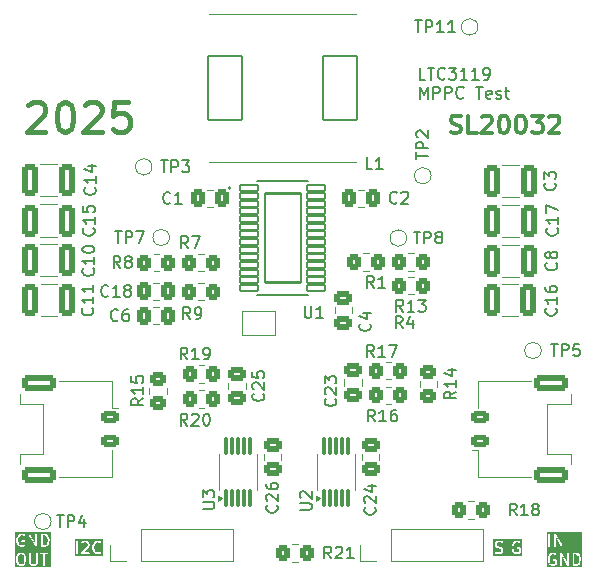
<source format=gto>
G04 #@! TF.GenerationSoftware,KiCad,Pcbnew,9.0.1*
G04 #@! TF.CreationDate,2025-04-23T11:21:28+02:00*
G04 #@! TF.ProjectId,LTC3119-breakout,4c544333-3131-4392-9d62-7265616b6f75,rev?*
G04 #@! TF.SameCoordinates,Original*
G04 #@! TF.FileFunction,Legend,Top*
G04 #@! TF.FilePolarity,Positive*
%FSLAX46Y46*%
G04 Gerber Fmt 4.6, Leading zero omitted, Abs format (unit mm)*
G04 Created by KiCad (PCBNEW 9.0.1) date 2025-04-23 11:21:28*
%MOMM*%
%LPD*%
G01*
G04 APERTURE LIST*
G04 Aperture macros list*
%AMRoundRect*
0 Rectangle with rounded corners*
0 $1 Rounding radius*
0 $2 $3 $4 $5 $6 $7 $8 $9 X,Y pos of 4 corners*
0 Add a 4 corners polygon primitive as box body*
4,1,4,$2,$3,$4,$5,$6,$7,$8,$9,$2,$3,0*
0 Add four circle primitives for the rounded corners*
1,1,$1+$1,$2,$3*
1,1,$1+$1,$4,$5*
1,1,$1+$1,$6,$7*
1,1,$1+$1,$8,$9*
0 Add four rect primitives between the rounded corners*
20,1,$1+$1,$2,$3,$4,$5,0*
20,1,$1+$1,$4,$5,$6,$7,0*
20,1,$1+$1,$6,$7,$8,$9,0*
20,1,$1+$1,$8,$9,$2,$3,0*%
G04 Aperture macros list end*
%ADD10C,0.300000*%
%ADD11C,0.140000*%
%ADD12C,0.150000*%
%ADD13C,0.400000*%
%ADD14C,0.180000*%
%ADD15C,0.120000*%
%ADD16C,0.127000*%
%ADD17C,0.200000*%
%ADD18C,0.100000*%
%ADD19RoundRect,0.250000X-0.350000X-0.450000X0.350000X-0.450000X0.350000X0.450000X-0.350000X0.450000X0*%
%ADD20C,1.000000*%
%ADD21RoundRect,0.250000X0.475000X-0.337500X0.475000X0.337500X-0.475000X0.337500X-0.475000X-0.337500X0*%
%ADD22RoundRect,0.250000X-0.412500X-1.100000X0.412500X-1.100000X0.412500X1.100000X-0.412500X1.100000X0*%
%ADD23RoundRect,0.250000X0.412500X1.100000X-0.412500X1.100000X-0.412500X-1.100000X0.412500X-1.100000X0*%
%ADD24RoundRect,0.250000X0.350000X0.450000X-0.350000X0.450000X-0.350000X-0.450000X0.350000X-0.450000X0*%
%ADD25R,1.700000X1.700000*%
%ADD26C,1.700000*%
%ADD27RoundRect,0.250000X0.450000X-0.350000X0.450000X0.350000X-0.450000X0.350000X-0.450000X-0.350000X0*%
%ADD28RoundRect,0.250000X-0.475000X0.337500X-0.475000X-0.337500X0.475000X-0.337500X0.475000X0.337500X0*%
%ADD29RoundRect,0.250000X-0.450000X0.350000X-0.450000X-0.350000X0.450000X-0.350000X0.450000X0.350000X0*%
%ADD30RoundRect,0.250000X0.337500X0.475000X-0.337500X0.475000X-0.337500X-0.475000X0.337500X-0.475000X0*%
%ADD31R,1.000000X1.500000*%
%ADD32C,5.600000*%
%ADD33RoundRect,0.076750X-0.765250X-0.230250X0.765250X-0.230250X0.765250X0.230250X-0.765250X0.230250X0*%
%ADD34RoundRect,0.102000X-1.525000X-3.780000X1.525000X-3.780000X1.525000X3.780000X-1.525000X3.780000X0*%
%ADD35RoundRect,0.250000X-0.337500X-0.475000X0.337500X-0.475000X0.337500X0.475000X-0.337500X0.475000X0*%
%ADD36RoundRect,0.250000X-0.475000X0.300000X-0.475000X-0.300000X0.475000X-0.300000X0.475000X0.300000X0*%
%ADD37RoundRect,0.250000X-1.200000X0.425000X-1.200000X-0.425000X1.200000X-0.425000X1.200000X0.425000X0*%
%ADD38RoundRect,0.102000X-1.450000X2.700000X-1.450000X-2.700000X1.450000X-2.700000X1.450000X2.700000X0*%
%ADD39RoundRect,0.075000X0.075000X-0.650000X0.075000X0.650000X-0.075000X0.650000X-0.075000X-0.650000X0*%
%ADD40RoundRect,0.250000X0.475000X-0.300000X0.475000X0.300000X-0.475000X0.300000X-0.475000X-0.300000X0*%
%ADD41RoundRect,0.250000X1.200000X-0.425000X1.200000X0.425000X-1.200000X0.425000X-1.200000X-0.425000X0*%
G04 APERTURE END LIST*
D10*
X152983082Y-83729400D02*
X153197368Y-83800828D01*
X153197368Y-83800828D02*
X153554510Y-83800828D01*
X153554510Y-83800828D02*
X153697368Y-83729400D01*
X153697368Y-83729400D02*
X153768796Y-83657971D01*
X153768796Y-83657971D02*
X153840225Y-83515114D01*
X153840225Y-83515114D02*
X153840225Y-83372257D01*
X153840225Y-83372257D02*
X153768796Y-83229400D01*
X153768796Y-83229400D02*
X153697368Y-83157971D01*
X153697368Y-83157971D02*
X153554510Y-83086542D01*
X153554510Y-83086542D02*
X153268796Y-83015114D01*
X153268796Y-83015114D02*
X153125939Y-82943685D01*
X153125939Y-82943685D02*
X153054510Y-82872257D01*
X153054510Y-82872257D02*
X152983082Y-82729400D01*
X152983082Y-82729400D02*
X152983082Y-82586542D01*
X152983082Y-82586542D02*
X153054510Y-82443685D01*
X153054510Y-82443685D02*
X153125939Y-82372257D01*
X153125939Y-82372257D02*
X153268796Y-82300828D01*
X153268796Y-82300828D02*
X153625939Y-82300828D01*
X153625939Y-82300828D02*
X153840225Y-82372257D01*
X155197367Y-83800828D02*
X154483081Y-83800828D01*
X154483081Y-83800828D02*
X154483081Y-82300828D01*
X155625939Y-82443685D02*
X155697367Y-82372257D01*
X155697367Y-82372257D02*
X155840225Y-82300828D01*
X155840225Y-82300828D02*
X156197367Y-82300828D01*
X156197367Y-82300828D02*
X156340225Y-82372257D01*
X156340225Y-82372257D02*
X156411653Y-82443685D01*
X156411653Y-82443685D02*
X156483082Y-82586542D01*
X156483082Y-82586542D02*
X156483082Y-82729400D01*
X156483082Y-82729400D02*
X156411653Y-82943685D01*
X156411653Y-82943685D02*
X155554510Y-83800828D01*
X155554510Y-83800828D02*
X156483082Y-83800828D01*
X157411653Y-82300828D02*
X157554510Y-82300828D01*
X157554510Y-82300828D02*
X157697367Y-82372257D01*
X157697367Y-82372257D02*
X157768796Y-82443685D01*
X157768796Y-82443685D02*
X157840224Y-82586542D01*
X157840224Y-82586542D02*
X157911653Y-82872257D01*
X157911653Y-82872257D02*
X157911653Y-83229400D01*
X157911653Y-83229400D02*
X157840224Y-83515114D01*
X157840224Y-83515114D02*
X157768796Y-83657971D01*
X157768796Y-83657971D02*
X157697367Y-83729400D01*
X157697367Y-83729400D02*
X157554510Y-83800828D01*
X157554510Y-83800828D02*
X157411653Y-83800828D01*
X157411653Y-83800828D02*
X157268796Y-83729400D01*
X157268796Y-83729400D02*
X157197367Y-83657971D01*
X157197367Y-83657971D02*
X157125938Y-83515114D01*
X157125938Y-83515114D02*
X157054510Y-83229400D01*
X157054510Y-83229400D02*
X157054510Y-82872257D01*
X157054510Y-82872257D02*
X157125938Y-82586542D01*
X157125938Y-82586542D02*
X157197367Y-82443685D01*
X157197367Y-82443685D02*
X157268796Y-82372257D01*
X157268796Y-82372257D02*
X157411653Y-82300828D01*
X158840224Y-82300828D02*
X158983081Y-82300828D01*
X158983081Y-82300828D02*
X159125938Y-82372257D01*
X159125938Y-82372257D02*
X159197367Y-82443685D01*
X159197367Y-82443685D02*
X159268795Y-82586542D01*
X159268795Y-82586542D02*
X159340224Y-82872257D01*
X159340224Y-82872257D02*
X159340224Y-83229400D01*
X159340224Y-83229400D02*
X159268795Y-83515114D01*
X159268795Y-83515114D02*
X159197367Y-83657971D01*
X159197367Y-83657971D02*
X159125938Y-83729400D01*
X159125938Y-83729400D02*
X158983081Y-83800828D01*
X158983081Y-83800828D02*
X158840224Y-83800828D01*
X158840224Y-83800828D02*
X158697367Y-83729400D01*
X158697367Y-83729400D02*
X158625938Y-83657971D01*
X158625938Y-83657971D02*
X158554509Y-83515114D01*
X158554509Y-83515114D02*
X158483081Y-83229400D01*
X158483081Y-83229400D02*
X158483081Y-82872257D01*
X158483081Y-82872257D02*
X158554509Y-82586542D01*
X158554509Y-82586542D02*
X158625938Y-82443685D01*
X158625938Y-82443685D02*
X158697367Y-82372257D01*
X158697367Y-82372257D02*
X158840224Y-82300828D01*
X159840223Y-82300828D02*
X160768795Y-82300828D01*
X160768795Y-82300828D02*
X160268795Y-82872257D01*
X160268795Y-82872257D02*
X160483080Y-82872257D01*
X160483080Y-82872257D02*
X160625938Y-82943685D01*
X160625938Y-82943685D02*
X160697366Y-83015114D01*
X160697366Y-83015114D02*
X160768795Y-83157971D01*
X160768795Y-83157971D02*
X160768795Y-83515114D01*
X160768795Y-83515114D02*
X160697366Y-83657971D01*
X160697366Y-83657971D02*
X160625938Y-83729400D01*
X160625938Y-83729400D02*
X160483080Y-83800828D01*
X160483080Y-83800828D02*
X160054509Y-83800828D01*
X160054509Y-83800828D02*
X159911652Y-83729400D01*
X159911652Y-83729400D02*
X159840223Y-83657971D01*
X161340223Y-82443685D02*
X161411651Y-82372257D01*
X161411651Y-82372257D02*
X161554509Y-82300828D01*
X161554509Y-82300828D02*
X161911651Y-82300828D01*
X161911651Y-82300828D02*
X162054509Y-82372257D01*
X162054509Y-82372257D02*
X162125937Y-82443685D01*
X162125937Y-82443685D02*
X162197366Y-82586542D01*
X162197366Y-82586542D02*
X162197366Y-82729400D01*
X162197366Y-82729400D02*
X162125937Y-82943685D01*
X162125937Y-82943685D02*
X161268794Y-83800828D01*
X161268794Y-83800828D02*
X162197366Y-83800828D01*
D11*
G36*
X163720959Y-119479140D02*
G01*
X163796478Y-119554660D01*
X163835582Y-119632867D01*
X163879247Y-119807527D01*
X163879247Y-119933150D01*
X163835582Y-120107810D01*
X163796478Y-120186016D01*
X163720958Y-120261537D01*
X163604554Y-120300339D01*
X163447819Y-120300339D01*
X163447819Y-119440339D01*
X163604554Y-119440339D01*
X163720959Y-119479140D01*
G37*
G36*
X164130358Y-120551450D02*
G01*
X161101470Y-120551450D01*
X161101470Y-119798910D01*
X161212581Y-119798910D01*
X161212581Y-119941767D01*
X161214254Y-119950178D01*
X161214671Y-119958744D01*
X161262290Y-120149220D01*
X161265564Y-120156152D01*
X161267590Y-120163548D01*
X161315209Y-120258786D01*
X161322088Y-120267651D01*
X161328321Y-120276978D01*
X161423560Y-120372218D01*
X161426474Y-120374165D01*
X161427193Y-120375602D01*
X161436937Y-120381157D01*
X161446269Y-120387392D01*
X161447876Y-120387392D01*
X161450921Y-120389128D01*
X161593778Y-120436747D01*
X161604909Y-120438150D01*
X161615914Y-120440339D01*
X161711152Y-120440339D01*
X161722156Y-120438150D01*
X161733288Y-120436747D01*
X161876144Y-120389128D01*
X161879190Y-120387392D01*
X161880798Y-120387392D01*
X161890133Y-120381153D01*
X161899873Y-120375602D01*
X161900591Y-120374165D01*
X161903507Y-120372217D01*
X161951126Y-120324597D01*
X161966297Y-120301890D01*
X161966300Y-120301888D01*
X161971628Y-120275100D01*
X161971628Y-119941767D01*
X161966300Y-119914979D01*
X161928416Y-119877095D01*
X161901628Y-119871767D01*
X161711152Y-119871767D01*
X161684364Y-119877095D01*
X161646480Y-119914979D01*
X161646480Y-119968555D01*
X161684364Y-120006439D01*
X161711152Y-120011767D01*
X161831628Y-120011767D01*
X161831628Y-120246105D01*
X161816196Y-120261537D01*
X161699792Y-120300339D01*
X161627273Y-120300339D01*
X161510869Y-120261537D01*
X161435349Y-120186016D01*
X161396246Y-120107810D01*
X161352581Y-119933149D01*
X161352581Y-119807527D01*
X161396246Y-119632866D01*
X161435349Y-119554659D01*
X161510869Y-119479140D01*
X161627273Y-119440339D01*
X161742246Y-119440339D01*
X161822704Y-119480568D01*
X161849046Y-119487782D01*
X161899873Y-119470840D01*
X161923833Y-119422920D01*
X161906891Y-119372093D01*
X161904631Y-119370339D01*
X162260200Y-119370339D01*
X162260200Y-120370339D01*
X162265528Y-120397127D01*
X162303412Y-120435011D01*
X162356988Y-120435011D01*
X162394872Y-120397127D01*
X162400200Y-120370339D01*
X162400200Y-119633928D01*
X162840851Y-120405069D01*
X162858768Y-120425684D01*
X162868042Y-120428213D01*
X162874840Y-120435011D01*
X162892966Y-120435011D01*
X162910456Y-120439781D01*
X162918804Y-120435011D01*
X162928416Y-120435011D01*
X162941232Y-120422194D01*
X162956973Y-120413200D01*
X162959502Y-120403924D01*
X162966300Y-120397127D01*
X162971628Y-120370339D01*
X162971628Y-119370339D01*
X163307819Y-119370339D01*
X163307819Y-120370339D01*
X163313147Y-120397127D01*
X163351031Y-120435011D01*
X163377819Y-120440339D01*
X163615914Y-120440339D01*
X163626918Y-120438150D01*
X163638050Y-120436747D01*
X163780906Y-120389128D01*
X163783952Y-120387392D01*
X163785559Y-120387392D01*
X163794891Y-120381156D01*
X163804635Y-120375602D01*
X163805353Y-120374165D01*
X163808269Y-120372217D01*
X163903507Y-120276978D01*
X163909739Y-120267649D01*
X163916619Y-120258786D01*
X163964238Y-120163548D01*
X163966263Y-120156151D01*
X163969538Y-120149220D01*
X164017157Y-119958745D01*
X164017574Y-119950178D01*
X164019247Y-119941767D01*
X164019247Y-119798910D01*
X164017574Y-119790498D01*
X164017157Y-119781932D01*
X163969538Y-119591457D01*
X163966263Y-119584525D01*
X163964238Y-119577129D01*
X163916619Y-119481891D01*
X163909741Y-119473029D01*
X163903507Y-119463699D01*
X163808268Y-119368461D01*
X163805353Y-119366513D01*
X163804635Y-119365076D01*
X163794888Y-119359520D01*
X163785559Y-119353286D01*
X163783952Y-119353286D01*
X163780906Y-119351550D01*
X163638050Y-119303931D01*
X163626918Y-119302527D01*
X163615914Y-119300339D01*
X163377819Y-119300339D01*
X163351031Y-119305667D01*
X163313147Y-119343551D01*
X163307819Y-119370339D01*
X162971628Y-119370339D01*
X162966300Y-119343551D01*
X162928416Y-119305667D01*
X162874840Y-119305667D01*
X162836956Y-119343551D01*
X162831628Y-119370339D01*
X162831628Y-120106749D01*
X162390977Y-119335609D01*
X162373060Y-119314994D01*
X162363785Y-119312464D01*
X162356988Y-119305667D01*
X162338862Y-119305667D01*
X162321372Y-119300897D01*
X162313025Y-119305667D01*
X162303412Y-119305667D01*
X162290594Y-119318484D01*
X162274855Y-119327479D01*
X162272325Y-119336753D01*
X162265528Y-119343551D01*
X162260200Y-119370339D01*
X161904631Y-119370339D01*
X161885314Y-119355348D01*
X161790076Y-119307729D01*
X161786695Y-119306803D01*
X161785559Y-119305667D01*
X161774551Y-119303477D01*
X161763733Y-119300515D01*
X161762209Y-119301022D01*
X161758771Y-119300339D01*
X161615914Y-119300339D01*
X161604909Y-119302527D01*
X161593778Y-119303931D01*
X161450921Y-119351550D01*
X161447876Y-119353286D01*
X161446269Y-119353286D01*
X161436937Y-119359520D01*
X161427193Y-119365076D01*
X161426474Y-119366512D01*
X161423560Y-119368460D01*
X161328322Y-119463699D01*
X161322093Y-119473020D01*
X161315209Y-119481891D01*
X161267590Y-119577129D01*
X161265564Y-119584524D01*
X161262290Y-119591457D01*
X161214671Y-119781933D01*
X161214254Y-119790498D01*
X161212581Y-119798910D01*
X161101470Y-119798910D01*
X161101470Y-117760395D01*
X161260200Y-117760395D01*
X161260200Y-118760395D01*
X161265528Y-118787183D01*
X161303412Y-118825067D01*
X161356988Y-118825067D01*
X161394872Y-118787183D01*
X161400200Y-118760395D01*
X161400200Y-117760395D01*
X161736390Y-117760395D01*
X161736390Y-118760395D01*
X161741718Y-118787183D01*
X161779602Y-118825067D01*
X161833178Y-118825067D01*
X161871062Y-118787183D01*
X161876390Y-118760395D01*
X161876390Y-118023984D01*
X162317041Y-118795125D01*
X162334958Y-118815740D01*
X162344232Y-118818269D01*
X162351030Y-118825067D01*
X162369156Y-118825067D01*
X162386646Y-118829837D01*
X162394994Y-118825067D01*
X162404606Y-118825067D01*
X162417422Y-118812250D01*
X162433163Y-118803256D01*
X162435692Y-118793980D01*
X162442490Y-118787183D01*
X162447818Y-118760395D01*
X162447818Y-117760395D01*
X162442490Y-117733607D01*
X162404606Y-117695723D01*
X162351030Y-117695723D01*
X162313146Y-117733607D01*
X162307818Y-117760395D01*
X162307818Y-118496805D01*
X161867167Y-117725665D01*
X161849250Y-117705050D01*
X161839975Y-117702520D01*
X161833178Y-117695723D01*
X161815052Y-117695723D01*
X161797562Y-117690953D01*
X161789215Y-117695723D01*
X161779602Y-117695723D01*
X161766784Y-117708540D01*
X161751045Y-117717535D01*
X161748515Y-117726809D01*
X161741718Y-117733607D01*
X161736390Y-117760395D01*
X161400200Y-117760395D01*
X161394872Y-117733607D01*
X161356988Y-117695723D01*
X161303412Y-117695723D01*
X161265528Y-117733607D01*
X161260200Y-117760395D01*
X161101470Y-117760395D01*
X161101470Y-117579842D01*
X164130358Y-117579842D01*
X164130358Y-120551450D01*
G37*
D12*
G36*
X159022889Y-119555930D02*
G01*
X156603049Y-119555930D01*
X156603049Y-118560295D01*
X156714160Y-118560295D01*
X156714160Y-118655533D01*
X156715601Y-118670165D01*
X156716632Y-118672654D01*
X156716823Y-118675342D01*
X156722078Y-118689074D01*
X156769697Y-118784312D01*
X156773661Y-118790611D01*
X156774419Y-118792439D01*
X156776107Y-118794495D01*
X156777529Y-118796755D01*
X156779027Y-118798054D01*
X156783746Y-118803804D01*
X156831365Y-118851423D01*
X156837114Y-118856141D01*
X156838414Y-118857640D01*
X156840673Y-118859061D01*
X156842730Y-118860750D01*
X156844557Y-118861507D01*
X156850857Y-118865472D01*
X156946095Y-118913091D01*
X156947164Y-118913500D01*
X156947600Y-118913823D01*
X156953736Y-118916015D01*
X156959826Y-118918346D01*
X156960366Y-118918384D01*
X156961446Y-118918770D01*
X157143936Y-118964392D01*
X157220923Y-119002886D01*
X157251330Y-119033293D01*
X157285588Y-119101809D01*
X157285588Y-119161637D01*
X157251329Y-119230153D01*
X157220922Y-119260561D01*
X157152407Y-119294819D01*
X156944187Y-119294819D01*
X156812877Y-119251049D01*
X156798540Y-119247789D01*
X156769350Y-119249864D01*
X156743177Y-119262950D01*
X156724003Y-119285057D01*
X156714749Y-119312820D01*
X156716824Y-119342010D01*
X156729910Y-119368183D01*
X156752017Y-119387357D01*
X156765443Y-119393351D01*
X156908299Y-119440970D01*
X156915554Y-119442619D01*
X156917385Y-119443378D01*
X156920038Y-119443639D01*
X156922636Y-119444230D01*
X156924610Y-119444089D01*
X156932017Y-119444819D01*
X157170112Y-119444819D01*
X157184744Y-119443378D01*
X157187233Y-119442346D01*
X157189921Y-119442156D01*
X157203653Y-119436901D01*
X157298891Y-119389282D01*
X157305190Y-119385317D01*
X157307018Y-119384560D01*
X157309074Y-119382872D01*
X157311334Y-119381450D01*
X157312634Y-119379950D01*
X157318384Y-119375232D01*
X157366002Y-119327613D01*
X157370720Y-119321863D01*
X157372219Y-119320564D01*
X157373640Y-119318305D01*
X157375330Y-119316247D01*
X157376087Y-119314417D01*
X157380051Y-119308121D01*
X157427670Y-119212883D01*
X157432925Y-119199152D01*
X157433116Y-119196462D01*
X157434147Y-119193974D01*
X157435588Y-119179342D01*
X157435588Y-119084104D01*
X157434147Y-119069472D01*
X157433116Y-119066983D01*
X157432925Y-119064294D01*
X157427670Y-119050563D01*
X157380051Y-118955325D01*
X157376086Y-118949025D01*
X157375329Y-118947198D01*
X157373640Y-118945141D01*
X157372219Y-118942882D01*
X157370720Y-118941582D01*
X157366002Y-118935833D01*
X157318383Y-118888214D01*
X157312633Y-118883495D01*
X157311334Y-118881997D01*
X157309074Y-118880575D01*
X157307018Y-118878887D01*
X157305190Y-118878129D01*
X157298891Y-118874165D01*
X157203653Y-118826546D01*
X157202583Y-118826136D01*
X157202148Y-118825814D01*
X157196002Y-118823618D01*
X157189921Y-118821291D01*
X157189381Y-118821252D01*
X157188302Y-118820867D01*
X157005812Y-118775244D01*
X156928825Y-118736751D01*
X156898418Y-118706344D01*
X156864160Y-118637828D01*
X156864160Y-118578000D01*
X156898418Y-118509484D01*
X156928825Y-118479077D01*
X156997341Y-118444819D01*
X157205561Y-118444819D01*
X157336870Y-118488589D01*
X157351207Y-118491849D01*
X157380397Y-118489774D01*
X157406571Y-118476688D01*
X157425745Y-118454580D01*
X157434999Y-118426818D01*
X157432924Y-118397628D01*
X157419837Y-118371455D01*
X157417951Y-118369819D01*
X157714160Y-118369819D01*
X157714160Y-119369819D01*
X157715601Y-119384451D01*
X157726800Y-119411487D01*
X157747492Y-119432179D01*
X157774528Y-119443378D01*
X157803792Y-119443378D01*
X157830828Y-119432179D01*
X157851520Y-119411487D01*
X157862719Y-119384451D01*
X157864160Y-119369819D01*
X157864160Y-118798390D01*
X158142731Y-118798390D01*
X158142731Y-118941247D01*
X158142982Y-118943800D01*
X158142820Y-118944893D01*
X158143629Y-118950366D01*
X158144172Y-118955879D01*
X158144594Y-118956900D01*
X158144970Y-118959437D01*
X158192589Y-119149913D01*
X158192974Y-119150992D01*
X158193013Y-119151532D01*
X158195340Y-119157613D01*
X158197536Y-119163759D01*
X158197858Y-119164194D01*
X158198268Y-119165264D01*
X158245887Y-119260502D01*
X158249850Y-119266798D01*
X158250608Y-119268628D01*
X158252297Y-119270686D01*
X158253719Y-119272945D01*
X158255217Y-119274244D01*
X158259936Y-119279994D01*
X158355174Y-119375233D01*
X158366539Y-119384561D01*
X158369029Y-119385592D01*
X158371064Y-119387357D01*
X158384490Y-119393351D01*
X158527346Y-119440970D01*
X158534601Y-119442619D01*
X158536432Y-119443378D01*
X158539085Y-119443639D01*
X158541683Y-119444230D01*
X158543657Y-119444089D01*
X158551064Y-119444819D01*
X158646302Y-119444819D01*
X158653707Y-119444089D01*
X158655682Y-119444230D01*
X158658279Y-119443639D01*
X158660934Y-119443378D01*
X158662765Y-119442619D01*
X158670019Y-119440970D01*
X158812876Y-119393351D01*
X158826301Y-119387357D01*
X158828336Y-119385591D01*
X158830827Y-119384560D01*
X158842193Y-119375232D01*
X158889811Y-119327613D01*
X158899139Y-119316247D01*
X158906420Y-119298668D01*
X158910337Y-119289212D01*
X158911778Y-119274580D01*
X158911778Y-118941247D01*
X158910337Y-118926615D01*
X158899138Y-118899579D01*
X158878446Y-118878887D01*
X158851410Y-118867688D01*
X158836778Y-118866247D01*
X158646302Y-118866247D01*
X158631670Y-118867688D01*
X158604634Y-118878887D01*
X158583942Y-118899579D01*
X158572743Y-118926615D01*
X158572743Y-118955879D01*
X158583942Y-118982915D01*
X158604634Y-119003607D01*
X158631670Y-119014806D01*
X158646302Y-119016247D01*
X158761778Y-119016247D01*
X158761778Y-119243514D01*
X158748645Y-119256647D01*
X158634132Y-119294819D01*
X158563234Y-119294819D01*
X158448721Y-119256648D01*
X158374608Y-119182534D01*
X158336114Y-119105547D01*
X158292731Y-118932013D01*
X158292731Y-118807624D01*
X158336114Y-118634090D01*
X158374608Y-118557103D01*
X158448721Y-118482990D01*
X158563234Y-118444819D01*
X158676216Y-118444819D01*
X158755618Y-118484520D01*
X158769349Y-118489775D01*
X158798539Y-118491849D01*
X158826301Y-118482595D01*
X158848408Y-118463422D01*
X158861496Y-118437247D01*
X158863570Y-118408057D01*
X158854316Y-118380296D01*
X158835143Y-118358188D01*
X158822700Y-118350356D01*
X158727462Y-118302737D01*
X158713730Y-118297482D01*
X158711042Y-118297291D01*
X158708553Y-118296260D01*
X158693921Y-118294819D01*
X158551064Y-118294819D01*
X158543657Y-118295548D01*
X158541683Y-118295408D01*
X158539085Y-118295998D01*
X158536432Y-118296260D01*
X158534601Y-118297018D01*
X158527346Y-118298668D01*
X158384490Y-118346287D01*
X158371064Y-118352281D01*
X158369029Y-118354045D01*
X158366539Y-118355077D01*
X158355174Y-118364405D01*
X158259936Y-118459643D01*
X158255217Y-118465392D01*
X158253719Y-118466692D01*
X158252297Y-118468951D01*
X158250609Y-118471008D01*
X158249851Y-118472835D01*
X158245887Y-118479135D01*
X158198268Y-118574373D01*
X158197858Y-118575442D01*
X158197536Y-118575878D01*
X158195340Y-118582023D01*
X158193013Y-118588105D01*
X158192974Y-118588644D01*
X158192589Y-118589724D01*
X158144970Y-118780200D01*
X158144594Y-118782736D01*
X158144172Y-118783758D01*
X158143629Y-118789270D01*
X158142820Y-118794744D01*
X158142982Y-118795836D01*
X158142731Y-118798390D01*
X157864160Y-118798390D01*
X157864160Y-118369819D01*
X157862719Y-118355187D01*
X157851520Y-118328151D01*
X157830828Y-118307459D01*
X157803792Y-118296260D01*
X157774528Y-118296260D01*
X157747492Y-118307459D01*
X157726800Y-118328151D01*
X157715601Y-118355187D01*
X157714160Y-118369819D01*
X157417951Y-118369819D01*
X157397730Y-118352281D01*
X157384305Y-118346287D01*
X157241448Y-118298668D01*
X157234194Y-118297018D01*
X157232363Y-118296260D01*
X157229708Y-118295998D01*
X157227111Y-118295408D01*
X157225136Y-118295548D01*
X157217731Y-118294819D01*
X156979636Y-118294819D01*
X156965004Y-118296260D01*
X156962515Y-118297290D01*
X156959826Y-118297482D01*
X156946095Y-118302737D01*
X156850857Y-118350356D01*
X156844557Y-118354320D01*
X156842730Y-118355078D01*
X156840673Y-118356766D01*
X156838414Y-118358188D01*
X156837114Y-118359686D01*
X156831365Y-118364405D01*
X156783746Y-118412024D01*
X156779027Y-118417773D01*
X156777529Y-118419073D01*
X156776107Y-118421332D01*
X156774419Y-118423389D01*
X156773661Y-118425216D01*
X156769697Y-118431516D01*
X156722078Y-118526754D01*
X156716823Y-118540486D01*
X156716632Y-118543173D01*
X156715601Y-118545663D01*
X156714160Y-118560295D01*
X156603049Y-118560295D01*
X156603049Y-118183708D01*
X159022889Y-118183708D01*
X159022889Y-119555930D01*
G37*
D13*
X117239347Y-81411342D02*
X117358395Y-81292295D01*
X117358395Y-81292295D02*
X117596490Y-81173247D01*
X117596490Y-81173247D02*
X118191728Y-81173247D01*
X118191728Y-81173247D02*
X118429823Y-81292295D01*
X118429823Y-81292295D02*
X118548871Y-81411342D01*
X118548871Y-81411342D02*
X118667918Y-81649438D01*
X118667918Y-81649438D02*
X118667918Y-81887533D01*
X118667918Y-81887533D02*
X118548871Y-82244676D01*
X118548871Y-82244676D02*
X117120299Y-83673247D01*
X117120299Y-83673247D02*
X118667918Y-83673247D01*
X120215537Y-81173247D02*
X120453632Y-81173247D01*
X120453632Y-81173247D02*
X120691728Y-81292295D01*
X120691728Y-81292295D02*
X120810775Y-81411342D01*
X120810775Y-81411342D02*
X120929823Y-81649438D01*
X120929823Y-81649438D02*
X121048870Y-82125628D01*
X121048870Y-82125628D02*
X121048870Y-82720866D01*
X121048870Y-82720866D02*
X120929823Y-83197057D01*
X120929823Y-83197057D02*
X120810775Y-83435152D01*
X120810775Y-83435152D02*
X120691728Y-83554200D01*
X120691728Y-83554200D02*
X120453632Y-83673247D01*
X120453632Y-83673247D02*
X120215537Y-83673247D01*
X120215537Y-83673247D02*
X119977442Y-83554200D01*
X119977442Y-83554200D02*
X119858394Y-83435152D01*
X119858394Y-83435152D02*
X119739347Y-83197057D01*
X119739347Y-83197057D02*
X119620299Y-82720866D01*
X119620299Y-82720866D02*
X119620299Y-82125628D01*
X119620299Y-82125628D02*
X119739347Y-81649438D01*
X119739347Y-81649438D02*
X119858394Y-81411342D01*
X119858394Y-81411342D02*
X119977442Y-81292295D01*
X119977442Y-81292295D02*
X120215537Y-81173247D01*
X122001251Y-81411342D02*
X122120299Y-81292295D01*
X122120299Y-81292295D02*
X122358394Y-81173247D01*
X122358394Y-81173247D02*
X122953632Y-81173247D01*
X122953632Y-81173247D02*
X123191727Y-81292295D01*
X123191727Y-81292295D02*
X123310775Y-81411342D01*
X123310775Y-81411342D02*
X123429822Y-81649438D01*
X123429822Y-81649438D02*
X123429822Y-81887533D01*
X123429822Y-81887533D02*
X123310775Y-82244676D01*
X123310775Y-82244676D02*
X121882203Y-83673247D01*
X121882203Y-83673247D02*
X123429822Y-83673247D01*
X125691727Y-81173247D02*
X124501251Y-81173247D01*
X124501251Y-81173247D02*
X124382203Y-82363723D01*
X124382203Y-82363723D02*
X124501251Y-82244676D01*
X124501251Y-82244676D02*
X124739346Y-82125628D01*
X124739346Y-82125628D02*
X125334584Y-82125628D01*
X125334584Y-82125628D02*
X125572679Y-82244676D01*
X125572679Y-82244676D02*
X125691727Y-82363723D01*
X125691727Y-82363723D02*
X125810774Y-82601819D01*
X125810774Y-82601819D02*
X125810774Y-83197057D01*
X125810774Y-83197057D02*
X125691727Y-83435152D01*
X125691727Y-83435152D02*
X125572679Y-83554200D01*
X125572679Y-83554200D02*
X125334584Y-83673247D01*
X125334584Y-83673247D02*
X124739346Y-83673247D01*
X124739346Y-83673247D02*
X124501251Y-83554200D01*
X124501251Y-83554200D02*
X124382203Y-83435152D01*
D14*
X150832706Y-79258315D02*
X150356516Y-79258315D01*
X150356516Y-79258315D02*
X150356516Y-78258315D01*
X151023183Y-78258315D02*
X151594611Y-78258315D01*
X151308897Y-79258315D02*
X151308897Y-78258315D01*
X152499373Y-79163076D02*
X152451754Y-79210696D01*
X152451754Y-79210696D02*
X152308897Y-79258315D01*
X152308897Y-79258315D02*
X152213659Y-79258315D01*
X152213659Y-79258315D02*
X152070802Y-79210696D01*
X152070802Y-79210696D02*
X151975564Y-79115457D01*
X151975564Y-79115457D02*
X151927945Y-79020219D01*
X151927945Y-79020219D02*
X151880326Y-78829743D01*
X151880326Y-78829743D02*
X151880326Y-78686886D01*
X151880326Y-78686886D02*
X151927945Y-78496410D01*
X151927945Y-78496410D02*
X151975564Y-78401172D01*
X151975564Y-78401172D02*
X152070802Y-78305934D01*
X152070802Y-78305934D02*
X152213659Y-78258315D01*
X152213659Y-78258315D02*
X152308897Y-78258315D01*
X152308897Y-78258315D02*
X152451754Y-78305934D01*
X152451754Y-78305934D02*
X152499373Y-78353553D01*
X152832707Y-78258315D02*
X153451754Y-78258315D01*
X153451754Y-78258315D02*
X153118421Y-78639267D01*
X153118421Y-78639267D02*
X153261278Y-78639267D01*
X153261278Y-78639267D02*
X153356516Y-78686886D01*
X153356516Y-78686886D02*
X153404135Y-78734505D01*
X153404135Y-78734505D02*
X153451754Y-78829743D01*
X153451754Y-78829743D02*
X153451754Y-79067838D01*
X153451754Y-79067838D02*
X153404135Y-79163076D01*
X153404135Y-79163076D02*
X153356516Y-79210696D01*
X153356516Y-79210696D02*
X153261278Y-79258315D01*
X153261278Y-79258315D02*
X152975564Y-79258315D01*
X152975564Y-79258315D02*
X152880326Y-79210696D01*
X152880326Y-79210696D02*
X152832707Y-79163076D01*
X154404135Y-79258315D02*
X153832707Y-79258315D01*
X154118421Y-79258315D02*
X154118421Y-78258315D01*
X154118421Y-78258315D02*
X154023183Y-78401172D01*
X154023183Y-78401172D02*
X153927945Y-78496410D01*
X153927945Y-78496410D02*
X153832707Y-78544029D01*
X155356516Y-79258315D02*
X154785088Y-79258315D01*
X155070802Y-79258315D02*
X155070802Y-78258315D01*
X155070802Y-78258315D02*
X154975564Y-78401172D01*
X154975564Y-78401172D02*
X154880326Y-78496410D01*
X154880326Y-78496410D02*
X154785088Y-78544029D01*
X155832707Y-79258315D02*
X156023183Y-79258315D01*
X156023183Y-79258315D02*
X156118421Y-79210696D01*
X156118421Y-79210696D02*
X156166040Y-79163076D01*
X156166040Y-79163076D02*
X156261278Y-79020219D01*
X156261278Y-79020219D02*
X156308897Y-78829743D01*
X156308897Y-78829743D02*
X156308897Y-78448791D01*
X156308897Y-78448791D02*
X156261278Y-78353553D01*
X156261278Y-78353553D02*
X156213659Y-78305934D01*
X156213659Y-78305934D02*
X156118421Y-78258315D01*
X156118421Y-78258315D02*
X155927945Y-78258315D01*
X155927945Y-78258315D02*
X155832707Y-78305934D01*
X155832707Y-78305934D02*
X155785088Y-78353553D01*
X155785088Y-78353553D02*
X155737469Y-78448791D01*
X155737469Y-78448791D02*
X155737469Y-78686886D01*
X155737469Y-78686886D02*
X155785088Y-78782124D01*
X155785088Y-78782124D02*
X155832707Y-78829743D01*
X155832707Y-78829743D02*
X155927945Y-78877362D01*
X155927945Y-78877362D02*
X156118421Y-78877362D01*
X156118421Y-78877362D02*
X156213659Y-78829743D01*
X156213659Y-78829743D02*
X156261278Y-78782124D01*
X156261278Y-78782124D02*
X156308897Y-78686886D01*
X150356516Y-80868259D02*
X150356516Y-79868259D01*
X150356516Y-79868259D02*
X150689849Y-80582544D01*
X150689849Y-80582544D02*
X151023182Y-79868259D01*
X151023182Y-79868259D02*
X151023182Y-80868259D01*
X151499373Y-80868259D02*
X151499373Y-79868259D01*
X151499373Y-79868259D02*
X151880325Y-79868259D01*
X151880325Y-79868259D02*
X151975563Y-79915878D01*
X151975563Y-79915878D02*
X152023182Y-79963497D01*
X152023182Y-79963497D02*
X152070801Y-80058735D01*
X152070801Y-80058735D02*
X152070801Y-80201592D01*
X152070801Y-80201592D02*
X152023182Y-80296830D01*
X152023182Y-80296830D02*
X151975563Y-80344449D01*
X151975563Y-80344449D02*
X151880325Y-80392068D01*
X151880325Y-80392068D02*
X151499373Y-80392068D01*
X152499373Y-80868259D02*
X152499373Y-79868259D01*
X152499373Y-79868259D02*
X152880325Y-79868259D01*
X152880325Y-79868259D02*
X152975563Y-79915878D01*
X152975563Y-79915878D02*
X153023182Y-79963497D01*
X153023182Y-79963497D02*
X153070801Y-80058735D01*
X153070801Y-80058735D02*
X153070801Y-80201592D01*
X153070801Y-80201592D02*
X153023182Y-80296830D01*
X153023182Y-80296830D02*
X152975563Y-80344449D01*
X152975563Y-80344449D02*
X152880325Y-80392068D01*
X152880325Y-80392068D02*
X152499373Y-80392068D01*
X154070801Y-80773020D02*
X154023182Y-80820640D01*
X154023182Y-80820640D02*
X153880325Y-80868259D01*
X153880325Y-80868259D02*
X153785087Y-80868259D01*
X153785087Y-80868259D02*
X153642230Y-80820640D01*
X153642230Y-80820640D02*
X153546992Y-80725401D01*
X153546992Y-80725401D02*
X153499373Y-80630163D01*
X153499373Y-80630163D02*
X153451754Y-80439687D01*
X153451754Y-80439687D02*
X153451754Y-80296830D01*
X153451754Y-80296830D02*
X153499373Y-80106354D01*
X153499373Y-80106354D02*
X153546992Y-80011116D01*
X153546992Y-80011116D02*
X153642230Y-79915878D01*
X153642230Y-79915878D02*
X153785087Y-79868259D01*
X153785087Y-79868259D02*
X153880325Y-79868259D01*
X153880325Y-79868259D02*
X154023182Y-79915878D01*
X154023182Y-79915878D02*
X154070801Y-79963497D01*
X155118421Y-79868259D02*
X155689849Y-79868259D01*
X155404135Y-80868259D02*
X155404135Y-79868259D01*
X156404135Y-80820640D02*
X156308897Y-80868259D01*
X156308897Y-80868259D02*
X156118421Y-80868259D01*
X156118421Y-80868259D02*
X156023183Y-80820640D01*
X156023183Y-80820640D02*
X155975564Y-80725401D01*
X155975564Y-80725401D02*
X155975564Y-80344449D01*
X155975564Y-80344449D02*
X156023183Y-80249211D01*
X156023183Y-80249211D02*
X156118421Y-80201592D01*
X156118421Y-80201592D02*
X156308897Y-80201592D01*
X156308897Y-80201592D02*
X156404135Y-80249211D01*
X156404135Y-80249211D02*
X156451754Y-80344449D01*
X156451754Y-80344449D02*
X156451754Y-80439687D01*
X156451754Y-80439687D02*
X155975564Y-80534925D01*
X156832707Y-80820640D02*
X156927945Y-80868259D01*
X156927945Y-80868259D02*
X157118421Y-80868259D01*
X157118421Y-80868259D02*
X157213659Y-80820640D01*
X157213659Y-80820640D02*
X157261278Y-80725401D01*
X157261278Y-80725401D02*
X157261278Y-80677782D01*
X157261278Y-80677782D02*
X157213659Y-80582544D01*
X157213659Y-80582544D02*
X157118421Y-80534925D01*
X157118421Y-80534925D02*
X156975564Y-80534925D01*
X156975564Y-80534925D02*
X156880326Y-80487306D01*
X156880326Y-80487306D02*
X156832707Y-80392068D01*
X156832707Y-80392068D02*
X156832707Y-80344449D01*
X156832707Y-80344449D02*
X156880326Y-80249211D01*
X156880326Y-80249211D02*
X156975564Y-80201592D01*
X156975564Y-80201592D02*
X157118421Y-80201592D01*
X157118421Y-80201592D02*
X157213659Y-80249211D01*
X157546993Y-80201592D02*
X157927945Y-80201592D01*
X157689850Y-79868259D02*
X157689850Y-80725401D01*
X157689850Y-80725401D02*
X157737469Y-80820640D01*
X157737469Y-80820640D02*
X157832707Y-80868259D01*
X157832707Y-80868259D02*
X157927945Y-80868259D01*
D12*
G36*
X123521448Y-119555930D02*
G01*
X121150668Y-119555930D01*
X121150668Y-118369819D01*
X121261779Y-118369819D01*
X121261779Y-119369819D01*
X121263220Y-119384451D01*
X121274419Y-119411487D01*
X121295111Y-119432179D01*
X121322147Y-119443378D01*
X121351411Y-119443378D01*
X121378447Y-119432179D01*
X121399139Y-119411487D01*
X121410338Y-119384451D01*
X121411779Y-119369819D01*
X121411779Y-119355187D01*
X121644172Y-119355187D01*
X121644172Y-119384451D01*
X121655371Y-119411487D01*
X121676063Y-119432179D01*
X121703099Y-119443378D01*
X121717731Y-119444819D01*
X122336778Y-119444819D01*
X122351410Y-119443378D01*
X122378446Y-119432179D01*
X122399138Y-119411487D01*
X122410337Y-119384451D01*
X122410337Y-119355187D01*
X122399138Y-119328151D01*
X122378446Y-119307459D01*
X122351410Y-119296260D01*
X122336778Y-119294819D01*
X121898797Y-119294819D01*
X122342192Y-118851423D01*
X122351520Y-118840058D01*
X122352551Y-118837567D01*
X122354316Y-118835533D01*
X122360310Y-118822107D01*
X122368216Y-118798390D01*
X122642731Y-118798390D01*
X122642731Y-118941247D01*
X122642982Y-118943800D01*
X122642820Y-118944893D01*
X122643629Y-118950366D01*
X122644172Y-118955879D01*
X122644594Y-118956900D01*
X122644970Y-118959437D01*
X122692589Y-119149913D01*
X122692974Y-119150992D01*
X122693013Y-119151532D01*
X122695340Y-119157613D01*
X122697536Y-119163759D01*
X122697858Y-119164194D01*
X122698268Y-119165264D01*
X122745887Y-119260502D01*
X122749850Y-119266798D01*
X122750608Y-119268628D01*
X122752297Y-119270686D01*
X122753719Y-119272945D01*
X122755217Y-119274244D01*
X122759936Y-119279994D01*
X122855174Y-119375233D01*
X122866539Y-119384561D01*
X122869029Y-119385592D01*
X122871064Y-119387357D01*
X122884490Y-119393351D01*
X123027346Y-119440970D01*
X123034601Y-119442619D01*
X123036432Y-119443378D01*
X123039085Y-119443639D01*
X123041683Y-119444230D01*
X123043657Y-119444089D01*
X123051064Y-119444819D01*
X123146302Y-119444819D01*
X123153707Y-119444089D01*
X123155682Y-119444230D01*
X123158279Y-119443639D01*
X123160934Y-119443378D01*
X123162765Y-119442619D01*
X123170019Y-119440970D01*
X123312876Y-119393351D01*
X123326301Y-119387357D01*
X123328336Y-119385591D01*
X123330827Y-119384560D01*
X123342193Y-119375232D01*
X123389811Y-119327613D01*
X123399139Y-119316247D01*
X123410337Y-119289211D01*
X123410337Y-119259948D01*
X123399138Y-119232912D01*
X123378445Y-119212219D01*
X123351409Y-119201021D01*
X123322146Y-119201021D01*
X123295110Y-119212220D01*
X123283744Y-119221548D01*
X123248645Y-119256647D01*
X123134132Y-119294819D01*
X123063234Y-119294819D01*
X122948721Y-119256648D01*
X122874608Y-119182534D01*
X122836114Y-119105547D01*
X122792731Y-118932013D01*
X122792731Y-118807624D01*
X122836114Y-118634090D01*
X122874608Y-118557103D01*
X122948721Y-118482990D01*
X123063234Y-118444819D01*
X123134132Y-118444819D01*
X123248645Y-118482990D01*
X123283745Y-118518090D01*
X123295110Y-118527417D01*
X123322146Y-118538616D01*
X123351409Y-118538616D01*
X123378445Y-118527417D01*
X123399138Y-118506724D01*
X123410337Y-118479688D01*
X123410337Y-118450425D01*
X123399138Y-118423389D01*
X123389811Y-118412024D01*
X123342192Y-118364405D01*
X123330827Y-118355078D01*
X123328336Y-118354046D01*
X123326301Y-118352281D01*
X123312876Y-118346287D01*
X123170019Y-118298668D01*
X123162765Y-118297018D01*
X123160934Y-118296260D01*
X123158279Y-118295998D01*
X123155682Y-118295408D01*
X123153707Y-118295548D01*
X123146302Y-118294819D01*
X123051064Y-118294819D01*
X123043657Y-118295548D01*
X123041683Y-118295408D01*
X123039085Y-118295998D01*
X123036432Y-118296260D01*
X123034601Y-118297018D01*
X123027346Y-118298668D01*
X122884490Y-118346287D01*
X122871064Y-118352281D01*
X122869029Y-118354045D01*
X122866539Y-118355077D01*
X122855174Y-118364405D01*
X122759936Y-118459643D01*
X122755217Y-118465392D01*
X122753719Y-118466692D01*
X122752297Y-118468951D01*
X122750609Y-118471008D01*
X122749851Y-118472835D01*
X122745887Y-118479135D01*
X122698268Y-118574373D01*
X122697858Y-118575442D01*
X122697536Y-118575878D01*
X122695340Y-118582023D01*
X122693013Y-118588105D01*
X122692974Y-118588644D01*
X122692589Y-118589724D01*
X122644970Y-118780200D01*
X122644594Y-118782736D01*
X122644172Y-118783758D01*
X122643629Y-118789270D01*
X122642820Y-118794744D01*
X122642982Y-118795836D01*
X122642731Y-118798390D01*
X122368216Y-118798390D01*
X122407929Y-118679251D01*
X122409578Y-118671995D01*
X122410337Y-118670165D01*
X122410598Y-118667511D01*
X122411189Y-118664914D01*
X122411048Y-118662939D01*
X122411778Y-118655533D01*
X122411778Y-118560295D01*
X122410337Y-118545663D01*
X122409306Y-118543174D01*
X122409115Y-118540485D01*
X122403860Y-118526754D01*
X122356241Y-118431516D01*
X122352276Y-118425216D01*
X122351519Y-118423389D01*
X122349830Y-118421332D01*
X122348409Y-118419073D01*
X122346910Y-118417773D01*
X122342192Y-118412024D01*
X122294573Y-118364405D01*
X122288823Y-118359686D01*
X122287524Y-118358188D01*
X122285264Y-118356766D01*
X122283208Y-118355078D01*
X122281380Y-118354320D01*
X122275081Y-118350356D01*
X122179843Y-118302737D01*
X122166111Y-118297482D01*
X122163423Y-118297291D01*
X122160934Y-118296260D01*
X122146302Y-118294819D01*
X121908207Y-118294819D01*
X121893575Y-118296260D01*
X121891086Y-118297290D01*
X121888397Y-118297482D01*
X121874666Y-118302737D01*
X121779428Y-118350356D01*
X121773128Y-118354320D01*
X121771301Y-118355078D01*
X121769244Y-118356766D01*
X121766985Y-118358188D01*
X121765685Y-118359686D01*
X121759936Y-118364405D01*
X121712317Y-118412024D01*
X121702990Y-118423389D01*
X121691791Y-118450426D01*
X121691791Y-118479688D01*
X121702990Y-118506725D01*
X121723682Y-118527417D01*
X121750719Y-118538616D01*
X121779981Y-118538616D01*
X121807018Y-118527417D01*
X121818383Y-118518090D01*
X121857396Y-118479077D01*
X121925912Y-118444819D01*
X122128597Y-118444819D01*
X122197113Y-118479077D01*
X122227520Y-118509484D01*
X122261778Y-118578000D01*
X122261778Y-118643363D01*
X122223606Y-118757876D01*
X121664698Y-119316786D01*
X121655371Y-119328151D01*
X121644172Y-119355187D01*
X121411779Y-119355187D01*
X121411779Y-118369819D01*
X121410338Y-118355187D01*
X121399139Y-118328151D01*
X121378447Y-118307459D01*
X121351411Y-118296260D01*
X121322147Y-118296260D01*
X121295111Y-118307459D01*
X121274419Y-118328151D01*
X121263220Y-118355187D01*
X121261779Y-118369819D01*
X121150668Y-118369819D01*
X121150668Y-118183708D01*
X123521448Y-118183708D01*
X123521448Y-119555930D01*
G37*
D11*
G36*
X116764926Y-119475488D02*
G01*
X116838420Y-119548983D01*
X116879247Y-119712289D01*
X116879247Y-120028388D01*
X116838420Y-120191693D01*
X116764924Y-120265190D01*
X116694627Y-120300339D01*
X116537201Y-120300339D01*
X116466903Y-120265190D01*
X116393407Y-120191693D01*
X116352581Y-120028387D01*
X116352581Y-119712289D01*
X116393407Y-119548982D01*
X116466902Y-119475488D01*
X116537201Y-119440339D01*
X116694627Y-119440339D01*
X116764926Y-119475488D01*
G37*
G36*
X118720959Y-117869196D02*
G01*
X118796478Y-117944716D01*
X118835582Y-118022923D01*
X118879247Y-118197583D01*
X118879247Y-118323206D01*
X118835582Y-118497866D01*
X118796478Y-118576072D01*
X118720958Y-118651593D01*
X118604554Y-118690395D01*
X118447819Y-118690395D01*
X118447819Y-117830395D01*
X118604554Y-117830395D01*
X118720959Y-117869196D01*
G37*
G36*
X119130358Y-120551450D02*
G01*
X116101470Y-120551450D01*
X116101470Y-119703672D01*
X116212581Y-119703672D01*
X116212581Y-120037005D01*
X116214254Y-120045416D01*
X116214671Y-120053982D01*
X116262290Y-120244458D01*
X116265528Y-120251312D01*
X116265528Y-120254269D01*
X116270293Y-120261401D01*
X116273956Y-120269154D01*
X116276489Y-120270674D01*
X116280702Y-120276978D01*
X116375941Y-120372218D01*
X116385271Y-120378452D01*
X116394133Y-120385330D01*
X116489371Y-120432949D01*
X116492751Y-120433874D01*
X116493888Y-120435011D01*
X116504892Y-120437199D01*
X116515713Y-120440163D01*
X116517237Y-120439655D01*
X116520676Y-120440339D01*
X116711152Y-120440339D01*
X116714590Y-120439655D01*
X116716114Y-120440163D01*
X116726932Y-120437200D01*
X116737940Y-120435011D01*
X116739076Y-120433874D01*
X116742457Y-120432949D01*
X116837695Y-120385330D01*
X116846561Y-120378448D01*
X116855888Y-120372217D01*
X116951126Y-120276978D01*
X116955337Y-120270674D01*
X116957872Y-120269154D01*
X116961535Y-120261398D01*
X116966300Y-120254268D01*
X116966300Y-120251312D01*
X116969538Y-120244458D01*
X117017157Y-120053983D01*
X117017574Y-120045416D01*
X117019247Y-120037005D01*
X117019247Y-119703672D01*
X117017574Y-119695260D01*
X117017157Y-119686694D01*
X116969538Y-119496219D01*
X116966300Y-119489364D01*
X116966300Y-119486408D01*
X116961534Y-119479275D01*
X116957872Y-119471523D01*
X116955338Y-119470002D01*
X116951126Y-119463699D01*
X116857765Y-119370339D01*
X117307819Y-119370339D01*
X117307819Y-120179862D01*
X117308502Y-120183300D01*
X117307995Y-120184824D01*
X117310957Y-120195642D01*
X117313147Y-120206650D01*
X117314283Y-120207786D01*
X117315209Y-120211167D01*
X117362828Y-120306405D01*
X117369709Y-120315272D01*
X117375940Y-120324597D01*
X117423559Y-120372217D01*
X117432891Y-120378453D01*
X117441752Y-120385330D01*
X117536990Y-120432949D01*
X117540370Y-120433874D01*
X117541507Y-120435011D01*
X117552511Y-120437199D01*
X117563332Y-120440163D01*
X117564856Y-120439655D01*
X117568295Y-120440339D01*
X117758771Y-120440339D01*
X117762209Y-120439655D01*
X117763733Y-120440163D01*
X117774551Y-120437200D01*
X117785559Y-120435011D01*
X117786695Y-120433874D01*
X117790076Y-120432949D01*
X117885314Y-120385330D01*
X117894178Y-120378450D01*
X117903507Y-120372217D01*
X117951126Y-120324597D01*
X117957358Y-120315268D01*
X117964238Y-120306405D01*
X118011857Y-120211167D01*
X118012782Y-120207786D01*
X118013919Y-120206650D01*
X118016107Y-120195645D01*
X118019071Y-120184825D01*
X118018563Y-120183300D01*
X118019247Y-120179862D01*
X118019247Y-119370339D01*
X118013919Y-119343551D01*
X118217909Y-119343551D01*
X118217909Y-119397127D01*
X118255793Y-119435011D01*
X118282581Y-119440339D01*
X118498295Y-119440339D01*
X118498295Y-120370339D01*
X118503623Y-120397127D01*
X118541507Y-120435011D01*
X118595083Y-120435011D01*
X118632967Y-120397127D01*
X118638295Y-120370339D01*
X118638295Y-119440339D01*
X118854009Y-119440339D01*
X118880797Y-119435011D01*
X118918681Y-119397127D01*
X118918681Y-119343551D01*
X118880797Y-119305667D01*
X118854009Y-119300339D01*
X118282581Y-119300339D01*
X118255793Y-119305667D01*
X118217909Y-119343551D01*
X118013919Y-119343551D01*
X117976035Y-119305667D01*
X117922459Y-119305667D01*
X117884575Y-119343551D01*
X117879247Y-119370339D01*
X117879247Y-120163337D01*
X117844097Y-120233635D01*
X117812543Y-120265190D01*
X117742246Y-120300339D01*
X117584820Y-120300339D01*
X117514522Y-120265190D01*
X117482968Y-120233635D01*
X117447819Y-120163337D01*
X117447819Y-119370339D01*
X117442491Y-119343551D01*
X117404607Y-119305667D01*
X117351031Y-119305667D01*
X117313147Y-119343551D01*
X117307819Y-119370339D01*
X116857765Y-119370339D01*
X116855887Y-119368461D01*
X116846565Y-119362232D01*
X116837695Y-119355348D01*
X116742457Y-119307729D01*
X116739076Y-119306803D01*
X116737940Y-119305667D01*
X116726932Y-119303477D01*
X116716114Y-119300515D01*
X116714590Y-119301022D01*
X116711152Y-119300339D01*
X116520676Y-119300339D01*
X116517237Y-119301022D01*
X116515713Y-119300515D01*
X116504892Y-119303478D01*
X116493888Y-119305667D01*
X116492751Y-119306803D01*
X116489371Y-119307729D01*
X116394133Y-119355348D01*
X116385271Y-119362225D01*
X116375941Y-119368460D01*
X116280703Y-119463699D01*
X116276491Y-119470001D01*
X116273956Y-119471523D01*
X116270292Y-119479277D01*
X116265528Y-119486408D01*
X116265528Y-119489364D01*
X116262290Y-119496219D01*
X116214671Y-119686695D01*
X116214254Y-119695260D01*
X116212581Y-119703672D01*
X116101470Y-119703672D01*
X116101470Y-118188966D01*
X116212581Y-118188966D01*
X116212581Y-118331823D01*
X116214254Y-118340234D01*
X116214671Y-118348800D01*
X116262290Y-118539276D01*
X116265564Y-118546208D01*
X116267590Y-118553604D01*
X116315209Y-118648842D01*
X116322088Y-118657707D01*
X116328321Y-118667034D01*
X116423560Y-118762274D01*
X116426474Y-118764221D01*
X116427193Y-118765658D01*
X116436937Y-118771213D01*
X116446269Y-118777448D01*
X116447876Y-118777448D01*
X116450921Y-118779184D01*
X116593778Y-118826803D01*
X116604909Y-118828206D01*
X116615914Y-118830395D01*
X116711152Y-118830395D01*
X116722156Y-118828206D01*
X116733288Y-118826803D01*
X116876144Y-118779184D01*
X116879190Y-118777448D01*
X116880798Y-118777448D01*
X116890133Y-118771209D01*
X116899873Y-118765658D01*
X116900591Y-118764221D01*
X116903507Y-118762273D01*
X116951126Y-118714653D01*
X116966297Y-118691946D01*
X116966300Y-118691944D01*
X116971628Y-118665156D01*
X116971628Y-118331823D01*
X116966300Y-118305035D01*
X116928416Y-118267151D01*
X116901628Y-118261823D01*
X116711152Y-118261823D01*
X116684364Y-118267151D01*
X116646480Y-118305035D01*
X116646480Y-118358611D01*
X116684364Y-118396495D01*
X116711152Y-118401823D01*
X116831628Y-118401823D01*
X116831628Y-118636161D01*
X116816196Y-118651593D01*
X116699792Y-118690395D01*
X116627273Y-118690395D01*
X116510869Y-118651593D01*
X116435349Y-118576072D01*
X116396246Y-118497866D01*
X116352581Y-118323205D01*
X116352581Y-118197583D01*
X116396246Y-118022922D01*
X116435349Y-117944715D01*
X116510869Y-117869196D01*
X116627273Y-117830395D01*
X116742246Y-117830395D01*
X116822704Y-117870624D01*
X116849046Y-117877838D01*
X116899873Y-117860896D01*
X116923833Y-117812976D01*
X116906891Y-117762149D01*
X116904631Y-117760395D01*
X117260200Y-117760395D01*
X117260200Y-118760395D01*
X117265528Y-118787183D01*
X117303412Y-118825067D01*
X117356988Y-118825067D01*
X117394872Y-118787183D01*
X117400200Y-118760395D01*
X117400200Y-118023984D01*
X117840851Y-118795125D01*
X117858768Y-118815740D01*
X117868042Y-118818269D01*
X117874840Y-118825067D01*
X117892966Y-118825067D01*
X117910456Y-118829837D01*
X117918804Y-118825067D01*
X117928416Y-118825067D01*
X117941232Y-118812250D01*
X117956973Y-118803256D01*
X117959502Y-118793980D01*
X117966300Y-118787183D01*
X117971628Y-118760395D01*
X117971628Y-117760395D01*
X118307819Y-117760395D01*
X118307819Y-118760395D01*
X118313147Y-118787183D01*
X118351031Y-118825067D01*
X118377819Y-118830395D01*
X118615914Y-118830395D01*
X118626918Y-118828206D01*
X118638050Y-118826803D01*
X118780906Y-118779184D01*
X118783952Y-118777448D01*
X118785559Y-118777448D01*
X118794891Y-118771212D01*
X118804635Y-118765658D01*
X118805353Y-118764221D01*
X118808269Y-118762273D01*
X118903507Y-118667034D01*
X118909739Y-118657705D01*
X118916619Y-118648842D01*
X118964238Y-118553604D01*
X118966263Y-118546207D01*
X118969538Y-118539276D01*
X119017157Y-118348801D01*
X119017574Y-118340234D01*
X119019247Y-118331823D01*
X119019247Y-118188966D01*
X119017574Y-118180554D01*
X119017157Y-118171988D01*
X118969538Y-117981513D01*
X118966263Y-117974581D01*
X118964238Y-117967185D01*
X118916619Y-117871947D01*
X118909741Y-117863085D01*
X118903507Y-117853755D01*
X118808268Y-117758517D01*
X118805353Y-117756569D01*
X118804635Y-117755132D01*
X118794888Y-117749576D01*
X118785559Y-117743342D01*
X118783952Y-117743342D01*
X118780906Y-117741606D01*
X118638050Y-117693987D01*
X118626918Y-117692583D01*
X118615914Y-117690395D01*
X118377819Y-117690395D01*
X118351031Y-117695723D01*
X118313147Y-117733607D01*
X118307819Y-117760395D01*
X117971628Y-117760395D01*
X117966300Y-117733607D01*
X117928416Y-117695723D01*
X117874840Y-117695723D01*
X117836956Y-117733607D01*
X117831628Y-117760395D01*
X117831628Y-118496805D01*
X117390977Y-117725665D01*
X117373060Y-117705050D01*
X117363785Y-117702520D01*
X117356988Y-117695723D01*
X117338862Y-117695723D01*
X117321372Y-117690953D01*
X117313025Y-117695723D01*
X117303412Y-117695723D01*
X117290594Y-117708540D01*
X117274855Y-117717535D01*
X117272325Y-117726809D01*
X117265528Y-117733607D01*
X117260200Y-117760395D01*
X116904631Y-117760395D01*
X116885314Y-117745404D01*
X116790076Y-117697785D01*
X116786695Y-117696859D01*
X116785559Y-117695723D01*
X116774551Y-117693533D01*
X116763733Y-117690571D01*
X116762209Y-117691078D01*
X116758771Y-117690395D01*
X116615914Y-117690395D01*
X116604909Y-117692583D01*
X116593778Y-117693987D01*
X116450921Y-117741606D01*
X116447876Y-117743342D01*
X116446269Y-117743342D01*
X116436937Y-117749576D01*
X116427193Y-117755132D01*
X116426474Y-117756568D01*
X116423560Y-117758516D01*
X116328322Y-117853755D01*
X116322093Y-117863076D01*
X116315209Y-117871947D01*
X116267590Y-117967185D01*
X116265564Y-117974580D01*
X116262290Y-117981513D01*
X116214671Y-118171989D01*
X116214254Y-118180554D01*
X116212581Y-118188966D01*
X116101470Y-118188966D01*
X116101470Y-117579284D01*
X119130358Y-117579284D01*
X119130358Y-120551450D01*
G37*
D12*
X148908333Y-100304819D02*
X148575000Y-99828628D01*
X148336905Y-100304819D02*
X148336905Y-99304819D01*
X148336905Y-99304819D02*
X148717857Y-99304819D01*
X148717857Y-99304819D02*
X148813095Y-99352438D01*
X148813095Y-99352438D02*
X148860714Y-99400057D01*
X148860714Y-99400057D02*
X148908333Y-99495295D01*
X148908333Y-99495295D02*
X148908333Y-99638152D01*
X148908333Y-99638152D02*
X148860714Y-99733390D01*
X148860714Y-99733390D02*
X148813095Y-99781009D01*
X148813095Y-99781009D02*
X148717857Y-99828628D01*
X148717857Y-99828628D02*
X148336905Y-99828628D01*
X149765476Y-99638152D02*
X149765476Y-100304819D01*
X149527381Y-99257200D02*
X149289286Y-99971485D01*
X149289286Y-99971485D02*
X149908333Y-99971485D01*
X128438095Y-86104819D02*
X129009523Y-86104819D01*
X128723809Y-87104819D02*
X128723809Y-86104819D01*
X129342857Y-87104819D02*
X129342857Y-86104819D01*
X129342857Y-86104819D02*
X129723809Y-86104819D01*
X129723809Y-86104819D02*
X129819047Y-86152438D01*
X129819047Y-86152438D02*
X129866666Y-86200057D01*
X129866666Y-86200057D02*
X129914285Y-86295295D01*
X129914285Y-86295295D02*
X129914285Y-86438152D01*
X129914285Y-86438152D02*
X129866666Y-86533390D01*
X129866666Y-86533390D02*
X129819047Y-86581009D01*
X129819047Y-86581009D02*
X129723809Y-86628628D01*
X129723809Y-86628628D02*
X129342857Y-86628628D01*
X130247619Y-86104819D02*
X130866666Y-86104819D01*
X130866666Y-86104819D02*
X130533333Y-86485771D01*
X130533333Y-86485771D02*
X130676190Y-86485771D01*
X130676190Y-86485771D02*
X130771428Y-86533390D01*
X130771428Y-86533390D02*
X130819047Y-86581009D01*
X130819047Y-86581009D02*
X130866666Y-86676247D01*
X130866666Y-86676247D02*
X130866666Y-86914342D01*
X130866666Y-86914342D02*
X130819047Y-87009580D01*
X130819047Y-87009580D02*
X130771428Y-87057200D01*
X130771428Y-87057200D02*
X130676190Y-87104819D01*
X130676190Y-87104819D02*
X130390476Y-87104819D01*
X130390476Y-87104819D02*
X130295238Y-87057200D01*
X130295238Y-87057200D02*
X130247619Y-87009580D01*
X143209580Y-106267857D02*
X143257200Y-106315476D01*
X143257200Y-106315476D02*
X143304819Y-106458333D01*
X143304819Y-106458333D02*
X143304819Y-106553571D01*
X143304819Y-106553571D02*
X143257200Y-106696428D01*
X143257200Y-106696428D02*
X143161961Y-106791666D01*
X143161961Y-106791666D02*
X143066723Y-106839285D01*
X143066723Y-106839285D02*
X142876247Y-106886904D01*
X142876247Y-106886904D02*
X142733390Y-106886904D01*
X142733390Y-106886904D02*
X142542914Y-106839285D01*
X142542914Y-106839285D02*
X142447676Y-106791666D01*
X142447676Y-106791666D02*
X142352438Y-106696428D01*
X142352438Y-106696428D02*
X142304819Y-106553571D01*
X142304819Y-106553571D02*
X142304819Y-106458333D01*
X142304819Y-106458333D02*
X142352438Y-106315476D01*
X142352438Y-106315476D02*
X142400057Y-106267857D01*
X142400057Y-105886904D02*
X142352438Y-105839285D01*
X142352438Y-105839285D02*
X142304819Y-105744047D01*
X142304819Y-105744047D02*
X142304819Y-105505952D01*
X142304819Y-105505952D02*
X142352438Y-105410714D01*
X142352438Y-105410714D02*
X142400057Y-105363095D01*
X142400057Y-105363095D02*
X142495295Y-105315476D01*
X142495295Y-105315476D02*
X142590533Y-105315476D01*
X142590533Y-105315476D02*
X142733390Y-105363095D01*
X142733390Y-105363095D02*
X143304819Y-105934523D01*
X143304819Y-105934523D02*
X143304819Y-105315476D01*
X142304819Y-104982142D02*
X142304819Y-104363095D01*
X142304819Y-104363095D02*
X142685771Y-104696428D01*
X142685771Y-104696428D02*
X142685771Y-104553571D01*
X142685771Y-104553571D02*
X142733390Y-104458333D01*
X142733390Y-104458333D02*
X142781009Y-104410714D01*
X142781009Y-104410714D02*
X142876247Y-104363095D01*
X142876247Y-104363095D02*
X143114342Y-104363095D01*
X143114342Y-104363095D02*
X143209580Y-104410714D01*
X143209580Y-104410714D02*
X143257200Y-104458333D01*
X143257200Y-104458333D02*
X143304819Y-104553571D01*
X143304819Y-104553571D02*
X143304819Y-104839285D01*
X143304819Y-104839285D02*
X143257200Y-104934523D01*
X143257200Y-104934523D02*
X143209580Y-104982142D01*
X122734580Y-91842857D02*
X122782200Y-91890476D01*
X122782200Y-91890476D02*
X122829819Y-92033333D01*
X122829819Y-92033333D02*
X122829819Y-92128571D01*
X122829819Y-92128571D02*
X122782200Y-92271428D01*
X122782200Y-92271428D02*
X122686961Y-92366666D01*
X122686961Y-92366666D02*
X122591723Y-92414285D01*
X122591723Y-92414285D02*
X122401247Y-92461904D01*
X122401247Y-92461904D02*
X122258390Y-92461904D01*
X122258390Y-92461904D02*
X122067914Y-92414285D01*
X122067914Y-92414285D02*
X121972676Y-92366666D01*
X121972676Y-92366666D02*
X121877438Y-92271428D01*
X121877438Y-92271428D02*
X121829819Y-92128571D01*
X121829819Y-92128571D02*
X121829819Y-92033333D01*
X121829819Y-92033333D02*
X121877438Y-91890476D01*
X121877438Y-91890476D02*
X121925057Y-91842857D01*
X122829819Y-90890476D02*
X122829819Y-91461904D01*
X122829819Y-91176190D02*
X121829819Y-91176190D01*
X121829819Y-91176190D02*
X121972676Y-91271428D01*
X121972676Y-91271428D02*
X122067914Y-91366666D01*
X122067914Y-91366666D02*
X122115533Y-91461904D01*
X121829819Y-89985714D02*
X121829819Y-90461904D01*
X121829819Y-90461904D02*
X122306009Y-90509523D01*
X122306009Y-90509523D02*
X122258390Y-90461904D01*
X122258390Y-90461904D02*
X122210771Y-90366666D01*
X122210771Y-90366666D02*
X122210771Y-90128571D01*
X122210771Y-90128571D02*
X122258390Y-90033333D01*
X122258390Y-90033333D02*
X122306009Y-89985714D01*
X122306009Y-89985714D02*
X122401247Y-89938095D01*
X122401247Y-89938095D02*
X122639342Y-89938095D01*
X122639342Y-89938095D02*
X122734580Y-89985714D01*
X122734580Y-89985714D02*
X122782200Y-90033333D01*
X122782200Y-90033333D02*
X122829819Y-90128571D01*
X122829819Y-90128571D02*
X122829819Y-90366666D01*
X122829819Y-90366666D02*
X122782200Y-90461904D01*
X122782200Y-90461904D02*
X122734580Y-90509523D01*
X161984580Y-91842857D02*
X162032200Y-91890476D01*
X162032200Y-91890476D02*
X162079819Y-92033333D01*
X162079819Y-92033333D02*
X162079819Y-92128571D01*
X162079819Y-92128571D02*
X162032200Y-92271428D01*
X162032200Y-92271428D02*
X161936961Y-92366666D01*
X161936961Y-92366666D02*
X161841723Y-92414285D01*
X161841723Y-92414285D02*
X161651247Y-92461904D01*
X161651247Y-92461904D02*
X161508390Y-92461904D01*
X161508390Y-92461904D02*
X161317914Y-92414285D01*
X161317914Y-92414285D02*
X161222676Y-92366666D01*
X161222676Y-92366666D02*
X161127438Y-92271428D01*
X161127438Y-92271428D02*
X161079819Y-92128571D01*
X161079819Y-92128571D02*
X161079819Y-92033333D01*
X161079819Y-92033333D02*
X161127438Y-91890476D01*
X161127438Y-91890476D02*
X161175057Y-91842857D01*
X162079819Y-90890476D02*
X162079819Y-91461904D01*
X162079819Y-91176190D02*
X161079819Y-91176190D01*
X161079819Y-91176190D02*
X161222676Y-91271428D01*
X161222676Y-91271428D02*
X161317914Y-91366666D01*
X161317914Y-91366666D02*
X161365533Y-91461904D01*
X161079819Y-90557142D02*
X161079819Y-89890476D01*
X161079819Y-89890476D02*
X162079819Y-90319047D01*
X125008333Y-95204819D02*
X124675000Y-94728628D01*
X124436905Y-95204819D02*
X124436905Y-94204819D01*
X124436905Y-94204819D02*
X124817857Y-94204819D01*
X124817857Y-94204819D02*
X124913095Y-94252438D01*
X124913095Y-94252438D02*
X124960714Y-94300057D01*
X124960714Y-94300057D02*
X125008333Y-94395295D01*
X125008333Y-94395295D02*
X125008333Y-94538152D01*
X125008333Y-94538152D02*
X124960714Y-94633390D01*
X124960714Y-94633390D02*
X124913095Y-94681009D01*
X124913095Y-94681009D02*
X124817857Y-94728628D01*
X124817857Y-94728628D02*
X124436905Y-94728628D01*
X125579762Y-94633390D02*
X125484524Y-94585771D01*
X125484524Y-94585771D02*
X125436905Y-94538152D01*
X125436905Y-94538152D02*
X125389286Y-94442914D01*
X125389286Y-94442914D02*
X125389286Y-94395295D01*
X125389286Y-94395295D02*
X125436905Y-94300057D01*
X125436905Y-94300057D02*
X125484524Y-94252438D01*
X125484524Y-94252438D02*
X125579762Y-94204819D01*
X125579762Y-94204819D02*
X125770238Y-94204819D01*
X125770238Y-94204819D02*
X125865476Y-94252438D01*
X125865476Y-94252438D02*
X125913095Y-94300057D01*
X125913095Y-94300057D02*
X125960714Y-94395295D01*
X125960714Y-94395295D02*
X125960714Y-94442914D01*
X125960714Y-94442914D02*
X125913095Y-94538152D01*
X125913095Y-94538152D02*
X125865476Y-94585771D01*
X125865476Y-94585771D02*
X125770238Y-94633390D01*
X125770238Y-94633390D02*
X125579762Y-94633390D01*
X125579762Y-94633390D02*
X125484524Y-94681009D01*
X125484524Y-94681009D02*
X125436905Y-94728628D01*
X125436905Y-94728628D02*
X125389286Y-94823866D01*
X125389286Y-94823866D02*
X125389286Y-95014342D01*
X125389286Y-95014342D02*
X125436905Y-95109580D01*
X125436905Y-95109580D02*
X125484524Y-95157200D01*
X125484524Y-95157200D02*
X125579762Y-95204819D01*
X125579762Y-95204819D02*
X125770238Y-95204819D01*
X125770238Y-95204819D02*
X125865476Y-95157200D01*
X125865476Y-95157200D02*
X125913095Y-95109580D01*
X125913095Y-95109580D02*
X125960714Y-95014342D01*
X125960714Y-95014342D02*
X125960714Y-94823866D01*
X125960714Y-94823866D02*
X125913095Y-94728628D01*
X125913095Y-94728628D02*
X125865476Y-94681009D01*
X125865476Y-94681009D02*
X125770238Y-94633390D01*
X148957142Y-98904819D02*
X148623809Y-98428628D01*
X148385714Y-98904819D02*
X148385714Y-97904819D01*
X148385714Y-97904819D02*
X148766666Y-97904819D01*
X148766666Y-97904819D02*
X148861904Y-97952438D01*
X148861904Y-97952438D02*
X148909523Y-98000057D01*
X148909523Y-98000057D02*
X148957142Y-98095295D01*
X148957142Y-98095295D02*
X148957142Y-98238152D01*
X148957142Y-98238152D02*
X148909523Y-98333390D01*
X148909523Y-98333390D02*
X148861904Y-98381009D01*
X148861904Y-98381009D02*
X148766666Y-98428628D01*
X148766666Y-98428628D02*
X148385714Y-98428628D01*
X149909523Y-98904819D02*
X149338095Y-98904819D01*
X149623809Y-98904819D02*
X149623809Y-97904819D01*
X149623809Y-97904819D02*
X149528571Y-98047676D01*
X149528571Y-98047676D02*
X149433333Y-98142914D01*
X149433333Y-98142914D02*
X149338095Y-98190533D01*
X150242857Y-97904819D02*
X150861904Y-97904819D01*
X150861904Y-97904819D02*
X150528571Y-98285771D01*
X150528571Y-98285771D02*
X150671428Y-98285771D01*
X150671428Y-98285771D02*
X150766666Y-98333390D01*
X150766666Y-98333390D02*
X150814285Y-98381009D01*
X150814285Y-98381009D02*
X150861904Y-98476247D01*
X150861904Y-98476247D02*
X150861904Y-98714342D01*
X150861904Y-98714342D02*
X150814285Y-98809580D01*
X150814285Y-98809580D02*
X150766666Y-98857200D01*
X150766666Y-98857200D02*
X150671428Y-98904819D01*
X150671428Y-98904819D02*
X150385714Y-98904819D01*
X150385714Y-98904819D02*
X150290476Y-98857200D01*
X150290476Y-98857200D02*
X150242857Y-98809580D01*
X146483333Y-96879819D02*
X146150000Y-96403628D01*
X145911905Y-96879819D02*
X145911905Y-95879819D01*
X145911905Y-95879819D02*
X146292857Y-95879819D01*
X146292857Y-95879819D02*
X146388095Y-95927438D01*
X146388095Y-95927438D02*
X146435714Y-95975057D01*
X146435714Y-95975057D02*
X146483333Y-96070295D01*
X146483333Y-96070295D02*
X146483333Y-96213152D01*
X146483333Y-96213152D02*
X146435714Y-96308390D01*
X146435714Y-96308390D02*
X146388095Y-96356009D01*
X146388095Y-96356009D02*
X146292857Y-96403628D01*
X146292857Y-96403628D02*
X145911905Y-96403628D01*
X147435714Y-96879819D02*
X146864286Y-96879819D01*
X147150000Y-96879819D02*
X147150000Y-95879819D01*
X147150000Y-95879819D02*
X147054762Y-96022676D01*
X147054762Y-96022676D02*
X146959524Y-96117914D01*
X146959524Y-96117914D02*
X146864286Y-96165533D01*
X138259580Y-115292857D02*
X138307200Y-115340476D01*
X138307200Y-115340476D02*
X138354819Y-115483333D01*
X138354819Y-115483333D02*
X138354819Y-115578571D01*
X138354819Y-115578571D02*
X138307200Y-115721428D01*
X138307200Y-115721428D02*
X138211961Y-115816666D01*
X138211961Y-115816666D02*
X138116723Y-115864285D01*
X138116723Y-115864285D02*
X137926247Y-115911904D01*
X137926247Y-115911904D02*
X137783390Y-115911904D01*
X137783390Y-115911904D02*
X137592914Y-115864285D01*
X137592914Y-115864285D02*
X137497676Y-115816666D01*
X137497676Y-115816666D02*
X137402438Y-115721428D01*
X137402438Y-115721428D02*
X137354819Y-115578571D01*
X137354819Y-115578571D02*
X137354819Y-115483333D01*
X137354819Y-115483333D02*
X137402438Y-115340476D01*
X137402438Y-115340476D02*
X137450057Y-115292857D01*
X137450057Y-114911904D02*
X137402438Y-114864285D01*
X137402438Y-114864285D02*
X137354819Y-114769047D01*
X137354819Y-114769047D02*
X137354819Y-114530952D01*
X137354819Y-114530952D02*
X137402438Y-114435714D01*
X137402438Y-114435714D02*
X137450057Y-114388095D01*
X137450057Y-114388095D02*
X137545295Y-114340476D01*
X137545295Y-114340476D02*
X137640533Y-114340476D01*
X137640533Y-114340476D02*
X137783390Y-114388095D01*
X137783390Y-114388095D02*
X138354819Y-114959523D01*
X138354819Y-114959523D02*
X138354819Y-114340476D01*
X137354819Y-113483333D02*
X137354819Y-113673809D01*
X137354819Y-113673809D02*
X137402438Y-113769047D01*
X137402438Y-113769047D02*
X137450057Y-113816666D01*
X137450057Y-113816666D02*
X137592914Y-113911904D01*
X137592914Y-113911904D02*
X137783390Y-113959523D01*
X137783390Y-113959523D02*
X138164342Y-113959523D01*
X138164342Y-113959523D02*
X138259580Y-113911904D01*
X138259580Y-113911904D02*
X138307200Y-113864285D01*
X138307200Y-113864285D02*
X138354819Y-113769047D01*
X138354819Y-113769047D02*
X138354819Y-113578571D01*
X138354819Y-113578571D02*
X138307200Y-113483333D01*
X138307200Y-113483333D02*
X138259580Y-113435714D01*
X138259580Y-113435714D02*
X138164342Y-113388095D01*
X138164342Y-113388095D02*
X137926247Y-113388095D01*
X137926247Y-113388095D02*
X137831009Y-113435714D01*
X137831009Y-113435714D02*
X137783390Y-113483333D01*
X137783390Y-113483333D02*
X137735771Y-113578571D01*
X137735771Y-113578571D02*
X137735771Y-113769047D01*
X137735771Y-113769047D02*
X137783390Y-113864285D01*
X137783390Y-113864285D02*
X137831009Y-113911904D01*
X137831009Y-113911904D02*
X137926247Y-113959523D01*
X130758333Y-93529819D02*
X130425000Y-93053628D01*
X130186905Y-93529819D02*
X130186905Y-92529819D01*
X130186905Y-92529819D02*
X130567857Y-92529819D01*
X130567857Y-92529819D02*
X130663095Y-92577438D01*
X130663095Y-92577438D02*
X130710714Y-92625057D01*
X130710714Y-92625057D02*
X130758333Y-92720295D01*
X130758333Y-92720295D02*
X130758333Y-92863152D01*
X130758333Y-92863152D02*
X130710714Y-92958390D01*
X130710714Y-92958390D02*
X130663095Y-93006009D01*
X130663095Y-93006009D02*
X130567857Y-93053628D01*
X130567857Y-93053628D02*
X130186905Y-93053628D01*
X131091667Y-92529819D02*
X131758333Y-92529819D01*
X131758333Y-92529819D02*
X131329762Y-93529819D01*
X130682142Y-108554819D02*
X130348809Y-108078628D01*
X130110714Y-108554819D02*
X130110714Y-107554819D01*
X130110714Y-107554819D02*
X130491666Y-107554819D01*
X130491666Y-107554819D02*
X130586904Y-107602438D01*
X130586904Y-107602438D02*
X130634523Y-107650057D01*
X130634523Y-107650057D02*
X130682142Y-107745295D01*
X130682142Y-107745295D02*
X130682142Y-107888152D01*
X130682142Y-107888152D02*
X130634523Y-107983390D01*
X130634523Y-107983390D02*
X130586904Y-108031009D01*
X130586904Y-108031009D02*
X130491666Y-108078628D01*
X130491666Y-108078628D02*
X130110714Y-108078628D01*
X131063095Y-107650057D02*
X131110714Y-107602438D01*
X131110714Y-107602438D02*
X131205952Y-107554819D01*
X131205952Y-107554819D02*
X131444047Y-107554819D01*
X131444047Y-107554819D02*
X131539285Y-107602438D01*
X131539285Y-107602438D02*
X131586904Y-107650057D01*
X131586904Y-107650057D02*
X131634523Y-107745295D01*
X131634523Y-107745295D02*
X131634523Y-107840533D01*
X131634523Y-107840533D02*
X131586904Y-107983390D01*
X131586904Y-107983390D02*
X131015476Y-108554819D01*
X131015476Y-108554819D02*
X131634523Y-108554819D01*
X132253571Y-107554819D02*
X132348809Y-107554819D01*
X132348809Y-107554819D02*
X132444047Y-107602438D01*
X132444047Y-107602438D02*
X132491666Y-107650057D01*
X132491666Y-107650057D02*
X132539285Y-107745295D01*
X132539285Y-107745295D02*
X132586904Y-107935771D01*
X132586904Y-107935771D02*
X132586904Y-108173866D01*
X132586904Y-108173866D02*
X132539285Y-108364342D01*
X132539285Y-108364342D02*
X132491666Y-108459580D01*
X132491666Y-108459580D02*
X132444047Y-108507200D01*
X132444047Y-108507200D02*
X132348809Y-108554819D01*
X132348809Y-108554819D02*
X132253571Y-108554819D01*
X132253571Y-108554819D02*
X132158333Y-108507200D01*
X132158333Y-108507200D02*
X132110714Y-108459580D01*
X132110714Y-108459580D02*
X132063095Y-108364342D01*
X132063095Y-108364342D02*
X132015476Y-108173866D01*
X132015476Y-108173866D02*
X132015476Y-107935771D01*
X132015476Y-107935771D02*
X132063095Y-107745295D01*
X132063095Y-107745295D02*
X132110714Y-107650057D01*
X132110714Y-107650057D02*
X132158333Y-107602438D01*
X132158333Y-107602438D02*
X132253571Y-107554819D01*
X146482142Y-102729819D02*
X146148809Y-102253628D01*
X145910714Y-102729819D02*
X145910714Y-101729819D01*
X145910714Y-101729819D02*
X146291666Y-101729819D01*
X146291666Y-101729819D02*
X146386904Y-101777438D01*
X146386904Y-101777438D02*
X146434523Y-101825057D01*
X146434523Y-101825057D02*
X146482142Y-101920295D01*
X146482142Y-101920295D02*
X146482142Y-102063152D01*
X146482142Y-102063152D02*
X146434523Y-102158390D01*
X146434523Y-102158390D02*
X146386904Y-102206009D01*
X146386904Y-102206009D02*
X146291666Y-102253628D01*
X146291666Y-102253628D02*
X145910714Y-102253628D01*
X147434523Y-102729819D02*
X146863095Y-102729819D01*
X147148809Y-102729819D02*
X147148809Y-101729819D01*
X147148809Y-101729819D02*
X147053571Y-101872676D01*
X147053571Y-101872676D02*
X146958333Y-101967914D01*
X146958333Y-101967914D02*
X146863095Y-102015533D01*
X147767857Y-101729819D02*
X148434523Y-101729819D01*
X148434523Y-101729819D02*
X148005952Y-102729819D01*
X161884580Y-98617857D02*
X161932200Y-98665476D01*
X161932200Y-98665476D02*
X161979819Y-98808333D01*
X161979819Y-98808333D02*
X161979819Y-98903571D01*
X161979819Y-98903571D02*
X161932200Y-99046428D01*
X161932200Y-99046428D02*
X161836961Y-99141666D01*
X161836961Y-99141666D02*
X161741723Y-99189285D01*
X161741723Y-99189285D02*
X161551247Y-99236904D01*
X161551247Y-99236904D02*
X161408390Y-99236904D01*
X161408390Y-99236904D02*
X161217914Y-99189285D01*
X161217914Y-99189285D02*
X161122676Y-99141666D01*
X161122676Y-99141666D02*
X161027438Y-99046428D01*
X161027438Y-99046428D02*
X160979819Y-98903571D01*
X160979819Y-98903571D02*
X160979819Y-98808333D01*
X160979819Y-98808333D02*
X161027438Y-98665476D01*
X161027438Y-98665476D02*
X161075057Y-98617857D01*
X161979819Y-97665476D02*
X161979819Y-98236904D01*
X161979819Y-97951190D02*
X160979819Y-97951190D01*
X160979819Y-97951190D02*
X161122676Y-98046428D01*
X161122676Y-98046428D02*
X161217914Y-98141666D01*
X161217914Y-98141666D02*
X161265533Y-98236904D01*
X160979819Y-96808333D02*
X160979819Y-96998809D01*
X160979819Y-96998809D02*
X161027438Y-97094047D01*
X161027438Y-97094047D02*
X161075057Y-97141666D01*
X161075057Y-97141666D02*
X161217914Y-97236904D01*
X161217914Y-97236904D02*
X161408390Y-97284523D01*
X161408390Y-97284523D02*
X161789342Y-97284523D01*
X161789342Y-97284523D02*
X161884580Y-97236904D01*
X161884580Y-97236904D02*
X161932200Y-97189285D01*
X161932200Y-97189285D02*
X161979819Y-97094047D01*
X161979819Y-97094047D02*
X161979819Y-96903571D01*
X161979819Y-96903571D02*
X161932200Y-96808333D01*
X161932200Y-96808333D02*
X161884580Y-96760714D01*
X161884580Y-96760714D02*
X161789342Y-96713095D01*
X161789342Y-96713095D02*
X161551247Y-96713095D01*
X161551247Y-96713095D02*
X161456009Y-96760714D01*
X161456009Y-96760714D02*
X161408390Y-96808333D01*
X161408390Y-96808333D02*
X161360771Y-96903571D01*
X161360771Y-96903571D02*
X161360771Y-97094047D01*
X161360771Y-97094047D02*
X161408390Y-97189285D01*
X161408390Y-97189285D02*
X161456009Y-97236904D01*
X161456009Y-97236904D02*
X161551247Y-97284523D01*
X142857142Y-119804819D02*
X142523809Y-119328628D01*
X142285714Y-119804819D02*
X142285714Y-118804819D01*
X142285714Y-118804819D02*
X142666666Y-118804819D01*
X142666666Y-118804819D02*
X142761904Y-118852438D01*
X142761904Y-118852438D02*
X142809523Y-118900057D01*
X142809523Y-118900057D02*
X142857142Y-118995295D01*
X142857142Y-118995295D02*
X142857142Y-119138152D01*
X142857142Y-119138152D02*
X142809523Y-119233390D01*
X142809523Y-119233390D02*
X142761904Y-119281009D01*
X142761904Y-119281009D02*
X142666666Y-119328628D01*
X142666666Y-119328628D02*
X142285714Y-119328628D01*
X143238095Y-118900057D02*
X143285714Y-118852438D01*
X143285714Y-118852438D02*
X143380952Y-118804819D01*
X143380952Y-118804819D02*
X143619047Y-118804819D01*
X143619047Y-118804819D02*
X143714285Y-118852438D01*
X143714285Y-118852438D02*
X143761904Y-118900057D01*
X143761904Y-118900057D02*
X143809523Y-118995295D01*
X143809523Y-118995295D02*
X143809523Y-119090533D01*
X143809523Y-119090533D02*
X143761904Y-119233390D01*
X143761904Y-119233390D02*
X143190476Y-119804819D01*
X143190476Y-119804819D02*
X143809523Y-119804819D01*
X144761904Y-119804819D02*
X144190476Y-119804819D01*
X144476190Y-119804819D02*
X144476190Y-118804819D01*
X144476190Y-118804819D02*
X144380952Y-118947676D01*
X144380952Y-118947676D02*
X144285714Y-119042914D01*
X144285714Y-119042914D02*
X144190476Y-119090533D01*
X126954819Y-106242857D02*
X126478628Y-106576190D01*
X126954819Y-106814285D02*
X125954819Y-106814285D01*
X125954819Y-106814285D02*
X125954819Y-106433333D01*
X125954819Y-106433333D02*
X126002438Y-106338095D01*
X126002438Y-106338095D02*
X126050057Y-106290476D01*
X126050057Y-106290476D02*
X126145295Y-106242857D01*
X126145295Y-106242857D02*
X126288152Y-106242857D01*
X126288152Y-106242857D02*
X126383390Y-106290476D01*
X126383390Y-106290476D02*
X126431009Y-106338095D01*
X126431009Y-106338095D02*
X126478628Y-106433333D01*
X126478628Y-106433333D02*
X126478628Y-106814285D01*
X126954819Y-105290476D02*
X126954819Y-105861904D01*
X126954819Y-105576190D02*
X125954819Y-105576190D01*
X125954819Y-105576190D02*
X126097676Y-105671428D01*
X126097676Y-105671428D02*
X126192914Y-105766666D01*
X126192914Y-105766666D02*
X126240533Y-105861904D01*
X125954819Y-104385714D02*
X125954819Y-104861904D01*
X125954819Y-104861904D02*
X126431009Y-104909523D01*
X126431009Y-104909523D02*
X126383390Y-104861904D01*
X126383390Y-104861904D02*
X126335771Y-104766666D01*
X126335771Y-104766666D02*
X126335771Y-104528571D01*
X126335771Y-104528571D02*
X126383390Y-104433333D01*
X126383390Y-104433333D02*
X126431009Y-104385714D01*
X126431009Y-104385714D02*
X126526247Y-104338095D01*
X126526247Y-104338095D02*
X126764342Y-104338095D01*
X126764342Y-104338095D02*
X126859580Y-104385714D01*
X126859580Y-104385714D02*
X126907200Y-104433333D01*
X126907200Y-104433333D02*
X126954819Y-104528571D01*
X126954819Y-104528571D02*
X126954819Y-104766666D01*
X126954819Y-104766666D02*
X126907200Y-104861904D01*
X126907200Y-104861904D02*
X126859580Y-104909523D01*
X161809580Y-88016666D02*
X161857200Y-88064285D01*
X161857200Y-88064285D02*
X161904819Y-88207142D01*
X161904819Y-88207142D02*
X161904819Y-88302380D01*
X161904819Y-88302380D02*
X161857200Y-88445237D01*
X161857200Y-88445237D02*
X161761961Y-88540475D01*
X161761961Y-88540475D02*
X161666723Y-88588094D01*
X161666723Y-88588094D02*
X161476247Y-88635713D01*
X161476247Y-88635713D02*
X161333390Y-88635713D01*
X161333390Y-88635713D02*
X161142914Y-88588094D01*
X161142914Y-88588094D02*
X161047676Y-88540475D01*
X161047676Y-88540475D02*
X160952438Y-88445237D01*
X160952438Y-88445237D02*
X160904819Y-88302380D01*
X160904819Y-88302380D02*
X160904819Y-88207142D01*
X160904819Y-88207142D02*
X160952438Y-88064285D01*
X160952438Y-88064285D02*
X161000057Y-88016666D01*
X160904819Y-87683332D02*
X160904819Y-87064285D01*
X160904819Y-87064285D02*
X161285771Y-87397618D01*
X161285771Y-87397618D02*
X161285771Y-87254761D01*
X161285771Y-87254761D02*
X161333390Y-87159523D01*
X161333390Y-87159523D02*
X161381009Y-87111904D01*
X161381009Y-87111904D02*
X161476247Y-87064285D01*
X161476247Y-87064285D02*
X161714342Y-87064285D01*
X161714342Y-87064285D02*
X161809580Y-87111904D01*
X161809580Y-87111904D02*
X161857200Y-87159523D01*
X161857200Y-87159523D02*
X161904819Y-87254761D01*
X161904819Y-87254761D02*
X161904819Y-87540475D01*
X161904819Y-87540475D02*
X161857200Y-87635713D01*
X161857200Y-87635713D02*
X161809580Y-87683332D01*
X149961905Y-74254819D02*
X150533333Y-74254819D01*
X150247619Y-75254819D02*
X150247619Y-74254819D01*
X150866667Y-75254819D02*
X150866667Y-74254819D01*
X150866667Y-74254819D02*
X151247619Y-74254819D01*
X151247619Y-74254819D02*
X151342857Y-74302438D01*
X151342857Y-74302438D02*
X151390476Y-74350057D01*
X151390476Y-74350057D02*
X151438095Y-74445295D01*
X151438095Y-74445295D02*
X151438095Y-74588152D01*
X151438095Y-74588152D02*
X151390476Y-74683390D01*
X151390476Y-74683390D02*
X151342857Y-74731009D01*
X151342857Y-74731009D02*
X151247619Y-74778628D01*
X151247619Y-74778628D02*
X150866667Y-74778628D01*
X152390476Y-75254819D02*
X151819048Y-75254819D01*
X152104762Y-75254819D02*
X152104762Y-74254819D01*
X152104762Y-74254819D02*
X152009524Y-74397676D01*
X152009524Y-74397676D02*
X151914286Y-74492914D01*
X151914286Y-74492914D02*
X151819048Y-74540533D01*
X153342857Y-75254819D02*
X152771429Y-75254819D01*
X153057143Y-75254819D02*
X153057143Y-74254819D01*
X153057143Y-74254819D02*
X152961905Y-74397676D01*
X152961905Y-74397676D02*
X152866667Y-74492914D01*
X152866667Y-74492914D02*
X152771429Y-74540533D01*
X146134580Y-99916666D02*
X146182200Y-99964285D01*
X146182200Y-99964285D02*
X146229819Y-100107142D01*
X146229819Y-100107142D02*
X146229819Y-100202380D01*
X146229819Y-100202380D02*
X146182200Y-100345237D01*
X146182200Y-100345237D02*
X146086961Y-100440475D01*
X146086961Y-100440475D02*
X145991723Y-100488094D01*
X145991723Y-100488094D02*
X145801247Y-100535713D01*
X145801247Y-100535713D02*
X145658390Y-100535713D01*
X145658390Y-100535713D02*
X145467914Y-100488094D01*
X145467914Y-100488094D02*
X145372676Y-100440475D01*
X145372676Y-100440475D02*
X145277438Y-100345237D01*
X145277438Y-100345237D02*
X145229819Y-100202380D01*
X145229819Y-100202380D02*
X145229819Y-100107142D01*
X145229819Y-100107142D02*
X145277438Y-99964285D01*
X145277438Y-99964285D02*
X145325057Y-99916666D01*
X145563152Y-99059523D02*
X146229819Y-99059523D01*
X145182200Y-99297618D02*
X145896485Y-99535713D01*
X145896485Y-99535713D02*
X145896485Y-98916666D01*
X153429819Y-105667857D02*
X152953628Y-106001190D01*
X153429819Y-106239285D02*
X152429819Y-106239285D01*
X152429819Y-106239285D02*
X152429819Y-105858333D01*
X152429819Y-105858333D02*
X152477438Y-105763095D01*
X152477438Y-105763095D02*
X152525057Y-105715476D01*
X152525057Y-105715476D02*
X152620295Y-105667857D01*
X152620295Y-105667857D02*
X152763152Y-105667857D01*
X152763152Y-105667857D02*
X152858390Y-105715476D01*
X152858390Y-105715476D02*
X152906009Y-105763095D01*
X152906009Y-105763095D02*
X152953628Y-105858333D01*
X152953628Y-105858333D02*
X152953628Y-106239285D01*
X153429819Y-104715476D02*
X153429819Y-105286904D01*
X153429819Y-105001190D02*
X152429819Y-105001190D01*
X152429819Y-105001190D02*
X152572676Y-105096428D01*
X152572676Y-105096428D02*
X152667914Y-105191666D01*
X152667914Y-105191666D02*
X152715533Y-105286904D01*
X152763152Y-103858333D02*
X153429819Y-103858333D01*
X152382200Y-104096428D02*
X153096485Y-104334523D01*
X153096485Y-104334523D02*
X153096485Y-103715476D01*
X124007142Y-97559580D02*
X123959523Y-97607200D01*
X123959523Y-97607200D02*
X123816666Y-97654819D01*
X123816666Y-97654819D02*
X123721428Y-97654819D01*
X123721428Y-97654819D02*
X123578571Y-97607200D01*
X123578571Y-97607200D02*
X123483333Y-97511961D01*
X123483333Y-97511961D02*
X123435714Y-97416723D01*
X123435714Y-97416723D02*
X123388095Y-97226247D01*
X123388095Y-97226247D02*
X123388095Y-97083390D01*
X123388095Y-97083390D02*
X123435714Y-96892914D01*
X123435714Y-96892914D02*
X123483333Y-96797676D01*
X123483333Y-96797676D02*
X123578571Y-96702438D01*
X123578571Y-96702438D02*
X123721428Y-96654819D01*
X123721428Y-96654819D02*
X123816666Y-96654819D01*
X123816666Y-96654819D02*
X123959523Y-96702438D01*
X123959523Y-96702438D02*
X124007142Y-96750057D01*
X124959523Y-97654819D02*
X124388095Y-97654819D01*
X124673809Y-97654819D02*
X124673809Y-96654819D01*
X124673809Y-96654819D02*
X124578571Y-96797676D01*
X124578571Y-96797676D02*
X124483333Y-96892914D01*
X124483333Y-96892914D02*
X124388095Y-96940533D01*
X125530952Y-97083390D02*
X125435714Y-97035771D01*
X125435714Y-97035771D02*
X125388095Y-96988152D01*
X125388095Y-96988152D02*
X125340476Y-96892914D01*
X125340476Y-96892914D02*
X125340476Y-96845295D01*
X125340476Y-96845295D02*
X125388095Y-96750057D01*
X125388095Y-96750057D02*
X125435714Y-96702438D01*
X125435714Y-96702438D02*
X125530952Y-96654819D01*
X125530952Y-96654819D02*
X125721428Y-96654819D01*
X125721428Y-96654819D02*
X125816666Y-96702438D01*
X125816666Y-96702438D02*
X125864285Y-96750057D01*
X125864285Y-96750057D02*
X125911904Y-96845295D01*
X125911904Y-96845295D02*
X125911904Y-96892914D01*
X125911904Y-96892914D02*
X125864285Y-96988152D01*
X125864285Y-96988152D02*
X125816666Y-97035771D01*
X125816666Y-97035771D02*
X125721428Y-97083390D01*
X125721428Y-97083390D02*
X125530952Y-97083390D01*
X125530952Y-97083390D02*
X125435714Y-97131009D01*
X125435714Y-97131009D02*
X125388095Y-97178628D01*
X125388095Y-97178628D02*
X125340476Y-97273866D01*
X125340476Y-97273866D02*
X125340476Y-97464342D01*
X125340476Y-97464342D02*
X125388095Y-97559580D01*
X125388095Y-97559580D02*
X125435714Y-97607200D01*
X125435714Y-97607200D02*
X125530952Y-97654819D01*
X125530952Y-97654819D02*
X125721428Y-97654819D01*
X125721428Y-97654819D02*
X125816666Y-97607200D01*
X125816666Y-97607200D02*
X125864285Y-97559580D01*
X125864285Y-97559580D02*
X125911904Y-97464342D01*
X125911904Y-97464342D02*
X125911904Y-97273866D01*
X125911904Y-97273866D02*
X125864285Y-97178628D01*
X125864285Y-97178628D02*
X125816666Y-97131009D01*
X125816666Y-97131009D02*
X125721428Y-97083390D01*
X130682142Y-102954819D02*
X130348809Y-102478628D01*
X130110714Y-102954819D02*
X130110714Y-101954819D01*
X130110714Y-101954819D02*
X130491666Y-101954819D01*
X130491666Y-101954819D02*
X130586904Y-102002438D01*
X130586904Y-102002438D02*
X130634523Y-102050057D01*
X130634523Y-102050057D02*
X130682142Y-102145295D01*
X130682142Y-102145295D02*
X130682142Y-102288152D01*
X130682142Y-102288152D02*
X130634523Y-102383390D01*
X130634523Y-102383390D02*
X130586904Y-102431009D01*
X130586904Y-102431009D02*
X130491666Y-102478628D01*
X130491666Y-102478628D02*
X130110714Y-102478628D01*
X131634523Y-102954819D02*
X131063095Y-102954819D01*
X131348809Y-102954819D02*
X131348809Y-101954819D01*
X131348809Y-101954819D02*
X131253571Y-102097676D01*
X131253571Y-102097676D02*
X131158333Y-102192914D01*
X131158333Y-102192914D02*
X131063095Y-102240533D01*
X132110714Y-102954819D02*
X132301190Y-102954819D01*
X132301190Y-102954819D02*
X132396428Y-102907200D01*
X132396428Y-102907200D02*
X132444047Y-102859580D01*
X132444047Y-102859580D02*
X132539285Y-102716723D01*
X132539285Y-102716723D02*
X132586904Y-102526247D01*
X132586904Y-102526247D02*
X132586904Y-102145295D01*
X132586904Y-102145295D02*
X132539285Y-102050057D01*
X132539285Y-102050057D02*
X132491666Y-102002438D01*
X132491666Y-102002438D02*
X132396428Y-101954819D01*
X132396428Y-101954819D02*
X132205952Y-101954819D01*
X132205952Y-101954819D02*
X132110714Y-102002438D01*
X132110714Y-102002438D02*
X132063095Y-102050057D01*
X132063095Y-102050057D02*
X132015476Y-102145295D01*
X132015476Y-102145295D02*
X132015476Y-102383390D01*
X132015476Y-102383390D02*
X132063095Y-102478628D01*
X132063095Y-102478628D02*
X132110714Y-102526247D01*
X132110714Y-102526247D02*
X132205952Y-102573866D01*
X132205952Y-102573866D02*
X132396428Y-102573866D01*
X132396428Y-102573866D02*
X132491666Y-102526247D01*
X132491666Y-102526247D02*
X132539285Y-102478628D01*
X132539285Y-102478628D02*
X132586904Y-102383390D01*
X161909580Y-94766666D02*
X161957200Y-94814285D01*
X161957200Y-94814285D02*
X162004819Y-94957142D01*
X162004819Y-94957142D02*
X162004819Y-95052380D01*
X162004819Y-95052380D02*
X161957200Y-95195237D01*
X161957200Y-95195237D02*
X161861961Y-95290475D01*
X161861961Y-95290475D02*
X161766723Y-95338094D01*
X161766723Y-95338094D02*
X161576247Y-95385713D01*
X161576247Y-95385713D02*
X161433390Y-95385713D01*
X161433390Y-95385713D02*
X161242914Y-95338094D01*
X161242914Y-95338094D02*
X161147676Y-95290475D01*
X161147676Y-95290475D02*
X161052438Y-95195237D01*
X161052438Y-95195237D02*
X161004819Y-95052380D01*
X161004819Y-95052380D02*
X161004819Y-94957142D01*
X161004819Y-94957142D02*
X161052438Y-94814285D01*
X161052438Y-94814285D02*
X161100057Y-94766666D01*
X161433390Y-94195237D02*
X161385771Y-94290475D01*
X161385771Y-94290475D02*
X161338152Y-94338094D01*
X161338152Y-94338094D02*
X161242914Y-94385713D01*
X161242914Y-94385713D02*
X161195295Y-94385713D01*
X161195295Y-94385713D02*
X161100057Y-94338094D01*
X161100057Y-94338094D02*
X161052438Y-94290475D01*
X161052438Y-94290475D02*
X161004819Y-94195237D01*
X161004819Y-94195237D02*
X161004819Y-94004761D01*
X161004819Y-94004761D02*
X161052438Y-93909523D01*
X161052438Y-93909523D02*
X161100057Y-93861904D01*
X161100057Y-93861904D02*
X161195295Y-93814285D01*
X161195295Y-93814285D02*
X161242914Y-93814285D01*
X161242914Y-93814285D02*
X161338152Y-93861904D01*
X161338152Y-93861904D02*
X161385771Y-93909523D01*
X161385771Y-93909523D02*
X161433390Y-94004761D01*
X161433390Y-94004761D02*
X161433390Y-94195237D01*
X161433390Y-94195237D02*
X161481009Y-94290475D01*
X161481009Y-94290475D02*
X161528628Y-94338094D01*
X161528628Y-94338094D02*
X161623866Y-94385713D01*
X161623866Y-94385713D02*
X161814342Y-94385713D01*
X161814342Y-94385713D02*
X161909580Y-94338094D01*
X161909580Y-94338094D02*
X161957200Y-94290475D01*
X161957200Y-94290475D02*
X162004819Y-94195237D01*
X162004819Y-94195237D02*
X162004819Y-94004761D01*
X162004819Y-94004761D02*
X161957200Y-93909523D01*
X161957200Y-93909523D02*
X161909580Y-93861904D01*
X161909580Y-93861904D02*
X161814342Y-93814285D01*
X161814342Y-93814285D02*
X161623866Y-93814285D01*
X161623866Y-93814285D02*
X161528628Y-93861904D01*
X161528628Y-93861904D02*
X161481009Y-93909523D01*
X161481009Y-93909523D02*
X161433390Y-94004761D01*
X158557142Y-116154819D02*
X158223809Y-115678628D01*
X157985714Y-116154819D02*
X157985714Y-115154819D01*
X157985714Y-115154819D02*
X158366666Y-115154819D01*
X158366666Y-115154819D02*
X158461904Y-115202438D01*
X158461904Y-115202438D02*
X158509523Y-115250057D01*
X158509523Y-115250057D02*
X158557142Y-115345295D01*
X158557142Y-115345295D02*
X158557142Y-115488152D01*
X158557142Y-115488152D02*
X158509523Y-115583390D01*
X158509523Y-115583390D02*
X158461904Y-115631009D01*
X158461904Y-115631009D02*
X158366666Y-115678628D01*
X158366666Y-115678628D02*
X157985714Y-115678628D01*
X159509523Y-116154819D02*
X158938095Y-116154819D01*
X159223809Y-116154819D02*
X159223809Y-115154819D01*
X159223809Y-115154819D02*
X159128571Y-115297676D01*
X159128571Y-115297676D02*
X159033333Y-115392914D01*
X159033333Y-115392914D02*
X158938095Y-115440533D01*
X160080952Y-115583390D02*
X159985714Y-115535771D01*
X159985714Y-115535771D02*
X159938095Y-115488152D01*
X159938095Y-115488152D02*
X159890476Y-115392914D01*
X159890476Y-115392914D02*
X159890476Y-115345295D01*
X159890476Y-115345295D02*
X159938095Y-115250057D01*
X159938095Y-115250057D02*
X159985714Y-115202438D01*
X159985714Y-115202438D02*
X160080952Y-115154819D01*
X160080952Y-115154819D02*
X160271428Y-115154819D01*
X160271428Y-115154819D02*
X160366666Y-115202438D01*
X160366666Y-115202438D02*
X160414285Y-115250057D01*
X160414285Y-115250057D02*
X160461904Y-115345295D01*
X160461904Y-115345295D02*
X160461904Y-115392914D01*
X160461904Y-115392914D02*
X160414285Y-115488152D01*
X160414285Y-115488152D02*
X160366666Y-115535771D01*
X160366666Y-115535771D02*
X160271428Y-115583390D01*
X160271428Y-115583390D02*
X160080952Y-115583390D01*
X160080952Y-115583390D02*
X159985714Y-115631009D01*
X159985714Y-115631009D02*
X159938095Y-115678628D01*
X159938095Y-115678628D02*
X159890476Y-115773866D01*
X159890476Y-115773866D02*
X159890476Y-115964342D01*
X159890476Y-115964342D02*
X159938095Y-116059580D01*
X159938095Y-116059580D02*
X159985714Y-116107200D01*
X159985714Y-116107200D02*
X160080952Y-116154819D01*
X160080952Y-116154819D02*
X160271428Y-116154819D01*
X160271428Y-116154819D02*
X160366666Y-116107200D01*
X160366666Y-116107200D02*
X160414285Y-116059580D01*
X160414285Y-116059580D02*
X160461904Y-115964342D01*
X160461904Y-115964342D02*
X160461904Y-115773866D01*
X160461904Y-115773866D02*
X160414285Y-115678628D01*
X160414285Y-115678628D02*
X160366666Y-115631009D01*
X160366666Y-115631009D02*
X160271428Y-115583390D01*
X130933333Y-99529819D02*
X130600000Y-99053628D01*
X130361905Y-99529819D02*
X130361905Y-98529819D01*
X130361905Y-98529819D02*
X130742857Y-98529819D01*
X130742857Y-98529819D02*
X130838095Y-98577438D01*
X130838095Y-98577438D02*
X130885714Y-98625057D01*
X130885714Y-98625057D02*
X130933333Y-98720295D01*
X130933333Y-98720295D02*
X130933333Y-98863152D01*
X130933333Y-98863152D02*
X130885714Y-98958390D01*
X130885714Y-98958390D02*
X130838095Y-99006009D01*
X130838095Y-99006009D02*
X130742857Y-99053628D01*
X130742857Y-99053628D02*
X130361905Y-99053628D01*
X131409524Y-99529819D02*
X131600000Y-99529819D01*
X131600000Y-99529819D02*
X131695238Y-99482200D01*
X131695238Y-99482200D02*
X131742857Y-99434580D01*
X131742857Y-99434580D02*
X131838095Y-99291723D01*
X131838095Y-99291723D02*
X131885714Y-99101247D01*
X131885714Y-99101247D02*
X131885714Y-98720295D01*
X131885714Y-98720295D02*
X131838095Y-98625057D01*
X131838095Y-98625057D02*
X131790476Y-98577438D01*
X131790476Y-98577438D02*
X131695238Y-98529819D01*
X131695238Y-98529819D02*
X131504762Y-98529819D01*
X131504762Y-98529819D02*
X131409524Y-98577438D01*
X131409524Y-98577438D02*
X131361905Y-98625057D01*
X131361905Y-98625057D02*
X131314286Y-98720295D01*
X131314286Y-98720295D02*
X131314286Y-98958390D01*
X131314286Y-98958390D02*
X131361905Y-99053628D01*
X131361905Y-99053628D02*
X131409524Y-99101247D01*
X131409524Y-99101247D02*
X131504762Y-99148866D01*
X131504762Y-99148866D02*
X131695238Y-99148866D01*
X131695238Y-99148866D02*
X131790476Y-99101247D01*
X131790476Y-99101247D02*
X131838095Y-99053628D01*
X131838095Y-99053628D02*
X131885714Y-98958390D01*
X122859580Y-88392857D02*
X122907200Y-88440476D01*
X122907200Y-88440476D02*
X122954819Y-88583333D01*
X122954819Y-88583333D02*
X122954819Y-88678571D01*
X122954819Y-88678571D02*
X122907200Y-88821428D01*
X122907200Y-88821428D02*
X122811961Y-88916666D01*
X122811961Y-88916666D02*
X122716723Y-88964285D01*
X122716723Y-88964285D02*
X122526247Y-89011904D01*
X122526247Y-89011904D02*
X122383390Y-89011904D01*
X122383390Y-89011904D02*
X122192914Y-88964285D01*
X122192914Y-88964285D02*
X122097676Y-88916666D01*
X122097676Y-88916666D02*
X122002438Y-88821428D01*
X122002438Y-88821428D02*
X121954819Y-88678571D01*
X121954819Y-88678571D02*
X121954819Y-88583333D01*
X121954819Y-88583333D02*
X122002438Y-88440476D01*
X122002438Y-88440476D02*
X122050057Y-88392857D01*
X122954819Y-87440476D02*
X122954819Y-88011904D01*
X122954819Y-87726190D02*
X121954819Y-87726190D01*
X121954819Y-87726190D02*
X122097676Y-87821428D01*
X122097676Y-87821428D02*
X122192914Y-87916666D01*
X122192914Y-87916666D02*
X122240533Y-88011904D01*
X122288152Y-86583333D02*
X122954819Y-86583333D01*
X121907200Y-86821428D02*
X122621485Y-87059523D01*
X122621485Y-87059523D02*
X122621485Y-86440476D01*
X140613095Y-98429819D02*
X140613095Y-99239342D01*
X140613095Y-99239342D02*
X140660714Y-99334580D01*
X140660714Y-99334580D02*
X140708333Y-99382200D01*
X140708333Y-99382200D02*
X140803571Y-99429819D01*
X140803571Y-99429819D02*
X140994047Y-99429819D01*
X140994047Y-99429819D02*
X141089285Y-99382200D01*
X141089285Y-99382200D02*
X141136904Y-99334580D01*
X141136904Y-99334580D02*
X141184523Y-99239342D01*
X141184523Y-99239342D02*
X141184523Y-98429819D01*
X142184523Y-99429819D02*
X141613095Y-99429819D01*
X141898809Y-99429819D02*
X141898809Y-98429819D01*
X141898809Y-98429819D02*
X141803571Y-98572676D01*
X141803571Y-98572676D02*
X141708333Y-98667914D01*
X141708333Y-98667914D02*
X141613095Y-98715533D01*
X148433333Y-89659580D02*
X148385714Y-89707200D01*
X148385714Y-89707200D02*
X148242857Y-89754819D01*
X148242857Y-89754819D02*
X148147619Y-89754819D01*
X148147619Y-89754819D02*
X148004762Y-89707200D01*
X148004762Y-89707200D02*
X147909524Y-89611961D01*
X147909524Y-89611961D02*
X147861905Y-89516723D01*
X147861905Y-89516723D02*
X147814286Y-89326247D01*
X147814286Y-89326247D02*
X147814286Y-89183390D01*
X147814286Y-89183390D02*
X147861905Y-88992914D01*
X147861905Y-88992914D02*
X147909524Y-88897676D01*
X147909524Y-88897676D02*
X148004762Y-88802438D01*
X148004762Y-88802438D02*
X148147619Y-88754819D01*
X148147619Y-88754819D02*
X148242857Y-88754819D01*
X148242857Y-88754819D02*
X148385714Y-88802438D01*
X148385714Y-88802438D02*
X148433333Y-88850057D01*
X148814286Y-88850057D02*
X148861905Y-88802438D01*
X148861905Y-88802438D02*
X148957143Y-88754819D01*
X148957143Y-88754819D02*
X149195238Y-88754819D01*
X149195238Y-88754819D02*
X149290476Y-88802438D01*
X149290476Y-88802438D02*
X149338095Y-88850057D01*
X149338095Y-88850057D02*
X149385714Y-88945295D01*
X149385714Y-88945295D02*
X149385714Y-89040533D01*
X149385714Y-89040533D02*
X149338095Y-89183390D01*
X149338095Y-89183390D02*
X148766667Y-89754819D01*
X148766667Y-89754819D02*
X149385714Y-89754819D01*
X122709580Y-95242857D02*
X122757200Y-95290476D01*
X122757200Y-95290476D02*
X122804819Y-95433333D01*
X122804819Y-95433333D02*
X122804819Y-95528571D01*
X122804819Y-95528571D02*
X122757200Y-95671428D01*
X122757200Y-95671428D02*
X122661961Y-95766666D01*
X122661961Y-95766666D02*
X122566723Y-95814285D01*
X122566723Y-95814285D02*
X122376247Y-95861904D01*
X122376247Y-95861904D02*
X122233390Y-95861904D01*
X122233390Y-95861904D02*
X122042914Y-95814285D01*
X122042914Y-95814285D02*
X121947676Y-95766666D01*
X121947676Y-95766666D02*
X121852438Y-95671428D01*
X121852438Y-95671428D02*
X121804819Y-95528571D01*
X121804819Y-95528571D02*
X121804819Y-95433333D01*
X121804819Y-95433333D02*
X121852438Y-95290476D01*
X121852438Y-95290476D02*
X121900057Y-95242857D01*
X122804819Y-94290476D02*
X122804819Y-94861904D01*
X122804819Y-94576190D02*
X121804819Y-94576190D01*
X121804819Y-94576190D02*
X121947676Y-94671428D01*
X121947676Y-94671428D02*
X122042914Y-94766666D01*
X122042914Y-94766666D02*
X122090533Y-94861904D01*
X121804819Y-93671428D02*
X121804819Y-93576190D01*
X121804819Y-93576190D02*
X121852438Y-93480952D01*
X121852438Y-93480952D02*
X121900057Y-93433333D01*
X121900057Y-93433333D02*
X121995295Y-93385714D01*
X121995295Y-93385714D02*
X122185771Y-93338095D01*
X122185771Y-93338095D02*
X122423866Y-93338095D01*
X122423866Y-93338095D02*
X122614342Y-93385714D01*
X122614342Y-93385714D02*
X122709580Y-93433333D01*
X122709580Y-93433333D02*
X122757200Y-93480952D01*
X122757200Y-93480952D02*
X122804819Y-93576190D01*
X122804819Y-93576190D02*
X122804819Y-93671428D01*
X122804819Y-93671428D02*
X122757200Y-93766666D01*
X122757200Y-93766666D02*
X122709580Y-93814285D01*
X122709580Y-93814285D02*
X122614342Y-93861904D01*
X122614342Y-93861904D02*
X122423866Y-93909523D01*
X122423866Y-93909523D02*
X122185771Y-93909523D01*
X122185771Y-93909523D02*
X121995295Y-93861904D01*
X121995295Y-93861904D02*
X121900057Y-93814285D01*
X121900057Y-93814285D02*
X121852438Y-93766666D01*
X121852438Y-93766666D02*
X121804819Y-93671428D01*
X122634580Y-98592857D02*
X122682200Y-98640476D01*
X122682200Y-98640476D02*
X122729819Y-98783333D01*
X122729819Y-98783333D02*
X122729819Y-98878571D01*
X122729819Y-98878571D02*
X122682200Y-99021428D01*
X122682200Y-99021428D02*
X122586961Y-99116666D01*
X122586961Y-99116666D02*
X122491723Y-99164285D01*
X122491723Y-99164285D02*
X122301247Y-99211904D01*
X122301247Y-99211904D02*
X122158390Y-99211904D01*
X122158390Y-99211904D02*
X121967914Y-99164285D01*
X121967914Y-99164285D02*
X121872676Y-99116666D01*
X121872676Y-99116666D02*
X121777438Y-99021428D01*
X121777438Y-99021428D02*
X121729819Y-98878571D01*
X121729819Y-98878571D02*
X121729819Y-98783333D01*
X121729819Y-98783333D02*
X121777438Y-98640476D01*
X121777438Y-98640476D02*
X121825057Y-98592857D01*
X122729819Y-97640476D02*
X122729819Y-98211904D01*
X122729819Y-97926190D02*
X121729819Y-97926190D01*
X121729819Y-97926190D02*
X121872676Y-98021428D01*
X121872676Y-98021428D02*
X121967914Y-98116666D01*
X121967914Y-98116666D02*
X122015533Y-98211904D01*
X122729819Y-96688095D02*
X122729819Y-97259523D01*
X122729819Y-96973809D02*
X121729819Y-96973809D01*
X121729819Y-96973809D02*
X121872676Y-97069047D01*
X121872676Y-97069047D02*
X121967914Y-97164285D01*
X121967914Y-97164285D02*
X122015533Y-97259523D01*
X124808333Y-99609580D02*
X124760714Y-99657200D01*
X124760714Y-99657200D02*
X124617857Y-99704819D01*
X124617857Y-99704819D02*
X124522619Y-99704819D01*
X124522619Y-99704819D02*
X124379762Y-99657200D01*
X124379762Y-99657200D02*
X124284524Y-99561961D01*
X124284524Y-99561961D02*
X124236905Y-99466723D01*
X124236905Y-99466723D02*
X124189286Y-99276247D01*
X124189286Y-99276247D02*
X124189286Y-99133390D01*
X124189286Y-99133390D02*
X124236905Y-98942914D01*
X124236905Y-98942914D02*
X124284524Y-98847676D01*
X124284524Y-98847676D02*
X124379762Y-98752438D01*
X124379762Y-98752438D02*
X124522619Y-98704819D01*
X124522619Y-98704819D02*
X124617857Y-98704819D01*
X124617857Y-98704819D02*
X124760714Y-98752438D01*
X124760714Y-98752438D02*
X124808333Y-98800057D01*
X125665476Y-98704819D02*
X125475000Y-98704819D01*
X125475000Y-98704819D02*
X125379762Y-98752438D01*
X125379762Y-98752438D02*
X125332143Y-98800057D01*
X125332143Y-98800057D02*
X125236905Y-98942914D01*
X125236905Y-98942914D02*
X125189286Y-99133390D01*
X125189286Y-99133390D02*
X125189286Y-99514342D01*
X125189286Y-99514342D02*
X125236905Y-99609580D01*
X125236905Y-99609580D02*
X125284524Y-99657200D01*
X125284524Y-99657200D02*
X125379762Y-99704819D01*
X125379762Y-99704819D02*
X125570238Y-99704819D01*
X125570238Y-99704819D02*
X125665476Y-99657200D01*
X125665476Y-99657200D02*
X125713095Y-99609580D01*
X125713095Y-99609580D02*
X125760714Y-99514342D01*
X125760714Y-99514342D02*
X125760714Y-99276247D01*
X125760714Y-99276247D02*
X125713095Y-99181009D01*
X125713095Y-99181009D02*
X125665476Y-99133390D01*
X125665476Y-99133390D02*
X125570238Y-99085771D01*
X125570238Y-99085771D02*
X125379762Y-99085771D01*
X125379762Y-99085771D02*
X125284524Y-99133390D01*
X125284524Y-99133390D02*
X125236905Y-99181009D01*
X125236905Y-99181009D02*
X125189286Y-99276247D01*
X150079819Y-85986904D02*
X150079819Y-85415476D01*
X151079819Y-85701190D02*
X150079819Y-85701190D01*
X151079819Y-85082142D02*
X150079819Y-85082142D01*
X150079819Y-85082142D02*
X150079819Y-84701190D01*
X150079819Y-84701190D02*
X150127438Y-84605952D01*
X150127438Y-84605952D02*
X150175057Y-84558333D01*
X150175057Y-84558333D02*
X150270295Y-84510714D01*
X150270295Y-84510714D02*
X150413152Y-84510714D01*
X150413152Y-84510714D02*
X150508390Y-84558333D01*
X150508390Y-84558333D02*
X150556009Y-84605952D01*
X150556009Y-84605952D02*
X150603628Y-84701190D01*
X150603628Y-84701190D02*
X150603628Y-85082142D01*
X150175057Y-84129761D02*
X150127438Y-84082142D01*
X150127438Y-84082142D02*
X150079819Y-83986904D01*
X150079819Y-83986904D02*
X150079819Y-83748809D01*
X150079819Y-83748809D02*
X150127438Y-83653571D01*
X150127438Y-83653571D02*
X150175057Y-83605952D01*
X150175057Y-83605952D02*
X150270295Y-83558333D01*
X150270295Y-83558333D02*
X150365533Y-83558333D01*
X150365533Y-83558333D02*
X150508390Y-83605952D01*
X150508390Y-83605952D02*
X151079819Y-84177380D01*
X151079819Y-84177380D02*
X151079819Y-83558333D01*
X161488095Y-101654819D02*
X162059523Y-101654819D01*
X161773809Y-102654819D02*
X161773809Y-101654819D01*
X162392857Y-102654819D02*
X162392857Y-101654819D01*
X162392857Y-101654819D02*
X162773809Y-101654819D01*
X162773809Y-101654819D02*
X162869047Y-101702438D01*
X162869047Y-101702438D02*
X162916666Y-101750057D01*
X162916666Y-101750057D02*
X162964285Y-101845295D01*
X162964285Y-101845295D02*
X162964285Y-101988152D01*
X162964285Y-101988152D02*
X162916666Y-102083390D01*
X162916666Y-102083390D02*
X162869047Y-102131009D01*
X162869047Y-102131009D02*
X162773809Y-102178628D01*
X162773809Y-102178628D02*
X162392857Y-102178628D01*
X163869047Y-101654819D02*
X163392857Y-101654819D01*
X163392857Y-101654819D02*
X163345238Y-102131009D01*
X163345238Y-102131009D02*
X163392857Y-102083390D01*
X163392857Y-102083390D02*
X163488095Y-102035771D01*
X163488095Y-102035771D02*
X163726190Y-102035771D01*
X163726190Y-102035771D02*
X163821428Y-102083390D01*
X163821428Y-102083390D02*
X163869047Y-102131009D01*
X163869047Y-102131009D02*
X163916666Y-102226247D01*
X163916666Y-102226247D02*
X163916666Y-102464342D01*
X163916666Y-102464342D02*
X163869047Y-102559580D01*
X163869047Y-102559580D02*
X163821428Y-102607200D01*
X163821428Y-102607200D02*
X163726190Y-102654819D01*
X163726190Y-102654819D02*
X163488095Y-102654819D01*
X163488095Y-102654819D02*
X163392857Y-102607200D01*
X163392857Y-102607200D02*
X163345238Y-102559580D01*
X146358333Y-86829819D02*
X145882143Y-86829819D01*
X145882143Y-86829819D02*
X145882143Y-85829819D01*
X147215476Y-86829819D02*
X146644048Y-86829819D01*
X146929762Y-86829819D02*
X146929762Y-85829819D01*
X146929762Y-85829819D02*
X146834524Y-85972676D01*
X146834524Y-85972676D02*
X146739286Y-86067914D01*
X146739286Y-86067914D02*
X146644048Y-86115533D01*
X137109580Y-105842857D02*
X137157200Y-105890476D01*
X137157200Y-105890476D02*
X137204819Y-106033333D01*
X137204819Y-106033333D02*
X137204819Y-106128571D01*
X137204819Y-106128571D02*
X137157200Y-106271428D01*
X137157200Y-106271428D02*
X137061961Y-106366666D01*
X137061961Y-106366666D02*
X136966723Y-106414285D01*
X136966723Y-106414285D02*
X136776247Y-106461904D01*
X136776247Y-106461904D02*
X136633390Y-106461904D01*
X136633390Y-106461904D02*
X136442914Y-106414285D01*
X136442914Y-106414285D02*
X136347676Y-106366666D01*
X136347676Y-106366666D02*
X136252438Y-106271428D01*
X136252438Y-106271428D02*
X136204819Y-106128571D01*
X136204819Y-106128571D02*
X136204819Y-106033333D01*
X136204819Y-106033333D02*
X136252438Y-105890476D01*
X136252438Y-105890476D02*
X136300057Y-105842857D01*
X136300057Y-105461904D02*
X136252438Y-105414285D01*
X136252438Y-105414285D02*
X136204819Y-105319047D01*
X136204819Y-105319047D02*
X136204819Y-105080952D01*
X136204819Y-105080952D02*
X136252438Y-104985714D01*
X136252438Y-104985714D02*
X136300057Y-104938095D01*
X136300057Y-104938095D02*
X136395295Y-104890476D01*
X136395295Y-104890476D02*
X136490533Y-104890476D01*
X136490533Y-104890476D02*
X136633390Y-104938095D01*
X136633390Y-104938095D02*
X137204819Y-105509523D01*
X137204819Y-105509523D02*
X137204819Y-104890476D01*
X136204819Y-103985714D02*
X136204819Y-104461904D01*
X136204819Y-104461904D02*
X136681009Y-104509523D01*
X136681009Y-104509523D02*
X136633390Y-104461904D01*
X136633390Y-104461904D02*
X136585771Y-104366666D01*
X136585771Y-104366666D02*
X136585771Y-104128571D01*
X136585771Y-104128571D02*
X136633390Y-104033333D01*
X136633390Y-104033333D02*
X136681009Y-103985714D01*
X136681009Y-103985714D02*
X136776247Y-103938095D01*
X136776247Y-103938095D02*
X137014342Y-103938095D01*
X137014342Y-103938095D02*
X137109580Y-103985714D01*
X137109580Y-103985714D02*
X137157200Y-104033333D01*
X137157200Y-104033333D02*
X137204819Y-104128571D01*
X137204819Y-104128571D02*
X137204819Y-104366666D01*
X137204819Y-104366666D02*
X137157200Y-104461904D01*
X137157200Y-104461904D02*
X137109580Y-104509523D01*
X140204819Y-115686904D02*
X141014342Y-115686904D01*
X141014342Y-115686904D02*
X141109580Y-115639285D01*
X141109580Y-115639285D02*
X141157200Y-115591666D01*
X141157200Y-115591666D02*
X141204819Y-115496428D01*
X141204819Y-115496428D02*
X141204819Y-115305952D01*
X141204819Y-115305952D02*
X141157200Y-115210714D01*
X141157200Y-115210714D02*
X141109580Y-115163095D01*
X141109580Y-115163095D02*
X141014342Y-115115476D01*
X141014342Y-115115476D02*
X140204819Y-115115476D01*
X140300057Y-114686904D02*
X140252438Y-114639285D01*
X140252438Y-114639285D02*
X140204819Y-114544047D01*
X140204819Y-114544047D02*
X140204819Y-114305952D01*
X140204819Y-114305952D02*
X140252438Y-114210714D01*
X140252438Y-114210714D02*
X140300057Y-114163095D01*
X140300057Y-114163095D02*
X140395295Y-114115476D01*
X140395295Y-114115476D02*
X140490533Y-114115476D01*
X140490533Y-114115476D02*
X140633390Y-114163095D01*
X140633390Y-114163095D02*
X141204819Y-114734523D01*
X141204819Y-114734523D02*
X141204819Y-114115476D01*
X131979819Y-115586904D02*
X132789342Y-115586904D01*
X132789342Y-115586904D02*
X132884580Y-115539285D01*
X132884580Y-115539285D02*
X132932200Y-115491666D01*
X132932200Y-115491666D02*
X132979819Y-115396428D01*
X132979819Y-115396428D02*
X132979819Y-115205952D01*
X132979819Y-115205952D02*
X132932200Y-115110714D01*
X132932200Y-115110714D02*
X132884580Y-115063095D01*
X132884580Y-115063095D02*
X132789342Y-115015476D01*
X132789342Y-115015476D02*
X131979819Y-115015476D01*
X131979819Y-114634523D02*
X131979819Y-114015476D01*
X131979819Y-114015476D02*
X132360771Y-114348809D01*
X132360771Y-114348809D02*
X132360771Y-114205952D01*
X132360771Y-114205952D02*
X132408390Y-114110714D01*
X132408390Y-114110714D02*
X132456009Y-114063095D01*
X132456009Y-114063095D02*
X132551247Y-114015476D01*
X132551247Y-114015476D02*
X132789342Y-114015476D01*
X132789342Y-114015476D02*
X132884580Y-114063095D01*
X132884580Y-114063095D02*
X132932200Y-114110714D01*
X132932200Y-114110714D02*
X132979819Y-114205952D01*
X132979819Y-114205952D02*
X132979819Y-114491666D01*
X132979819Y-114491666D02*
X132932200Y-114586904D01*
X132932200Y-114586904D02*
X132884580Y-114634523D01*
X146559580Y-115467857D02*
X146607200Y-115515476D01*
X146607200Y-115515476D02*
X146654819Y-115658333D01*
X146654819Y-115658333D02*
X146654819Y-115753571D01*
X146654819Y-115753571D02*
X146607200Y-115896428D01*
X146607200Y-115896428D02*
X146511961Y-115991666D01*
X146511961Y-115991666D02*
X146416723Y-116039285D01*
X146416723Y-116039285D02*
X146226247Y-116086904D01*
X146226247Y-116086904D02*
X146083390Y-116086904D01*
X146083390Y-116086904D02*
X145892914Y-116039285D01*
X145892914Y-116039285D02*
X145797676Y-115991666D01*
X145797676Y-115991666D02*
X145702438Y-115896428D01*
X145702438Y-115896428D02*
X145654819Y-115753571D01*
X145654819Y-115753571D02*
X145654819Y-115658333D01*
X145654819Y-115658333D02*
X145702438Y-115515476D01*
X145702438Y-115515476D02*
X145750057Y-115467857D01*
X145750057Y-115086904D02*
X145702438Y-115039285D01*
X145702438Y-115039285D02*
X145654819Y-114944047D01*
X145654819Y-114944047D02*
X145654819Y-114705952D01*
X145654819Y-114705952D02*
X145702438Y-114610714D01*
X145702438Y-114610714D02*
X145750057Y-114563095D01*
X145750057Y-114563095D02*
X145845295Y-114515476D01*
X145845295Y-114515476D02*
X145940533Y-114515476D01*
X145940533Y-114515476D02*
X146083390Y-114563095D01*
X146083390Y-114563095D02*
X146654819Y-115134523D01*
X146654819Y-115134523D02*
X146654819Y-114515476D01*
X145988152Y-113658333D02*
X146654819Y-113658333D01*
X145607200Y-113896428D02*
X146321485Y-114134523D01*
X146321485Y-114134523D02*
X146321485Y-113515476D01*
X124563095Y-92079819D02*
X125134523Y-92079819D01*
X124848809Y-93079819D02*
X124848809Y-92079819D01*
X125467857Y-93079819D02*
X125467857Y-92079819D01*
X125467857Y-92079819D02*
X125848809Y-92079819D01*
X125848809Y-92079819D02*
X125944047Y-92127438D01*
X125944047Y-92127438D02*
X125991666Y-92175057D01*
X125991666Y-92175057D02*
X126039285Y-92270295D01*
X126039285Y-92270295D02*
X126039285Y-92413152D01*
X126039285Y-92413152D02*
X125991666Y-92508390D01*
X125991666Y-92508390D02*
X125944047Y-92556009D01*
X125944047Y-92556009D02*
X125848809Y-92603628D01*
X125848809Y-92603628D02*
X125467857Y-92603628D01*
X126372619Y-92079819D02*
X127039285Y-92079819D01*
X127039285Y-92079819D02*
X126610714Y-93079819D01*
X146557142Y-108204819D02*
X146223809Y-107728628D01*
X145985714Y-108204819D02*
X145985714Y-107204819D01*
X145985714Y-107204819D02*
X146366666Y-107204819D01*
X146366666Y-107204819D02*
X146461904Y-107252438D01*
X146461904Y-107252438D02*
X146509523Y-107300057D01*
X146509523Y-107300057D02*
X146557142Y-107395295D01*
X146557142Y-107395295D02*
X146557142Y-107538152D01*
X146557142Y-107538152D02*
X146509523Y-107633390D01*
X146509523Y-107633390D02*
X146461904Y-107681009D01*
X146461904Y-107681009D02*
X146366666Y-107728628D01*
X146366666Y-107728628D02*
X145985714Y-107728628D01*
X147509523Y-108204819D02*
X146938095Y-108204819D01*
X147223809Y-108204819D02*
X147223809Y-107204819D01*
X147223809Y-107204819D02*
X147128571Y-107347676D01*
X147128571Y-107347676D02*
X147033333Y-107442914D01*
X147033333Y-107442914D02*
X146938095Y-107490533D01*
X148366666Y-107204819D02*
X148176190Y-107204819D01*
X148176190Y-107204819D02*
X148080952Y-107252438D01*
X148080952Y-107252438D02*
X148033333Y-107300057D01*
X148033333Y-107300057D02*
X147938095Y-107442914D01*
X147938095Y-107442914D02*
X147890476Y-107633390D01*
X147890476Y-107633390D02*
X147890476Y-108014342D01*
X147890476Y-108014342D02*
X147938095Y-108109580D01*
X147938095Y-108109580D02*
X147985714Y-108157200D01*
X147985714Y-108157200D02*
X148080952Y-108204819D01*
X148080952Y-108204819D02*
X148271428Y-108204819D01*
X148271428Y-108204819D02*
X148366666Y-108157200D01*
X148366666Y-108157200D02*
X148414285Y-108109580D01*
X148414285Y-108109580D02*
X148461904Y-108014342D01*
X148461904Y-108014342D02*
X148461904Y-107776247D01*
X148461904Y-107776247D02*
X148414285Y-107681009D01*
X148414285Y-107681009D02*
X148366666Y-107633390D01*
X148366666Y-107633390D02*
X148271428Y-107585771D01*
X148271428Y-107585771D02*
X148080952Y-107585771D01*
X148080952Y-107585771D02*
X147985714Y-107633390D01*
X147985714Y-107633390D02*
X147938095Y-107681009D01*
X147938095Y-107681009D02*
X147890476Y-107776247D01*
X149838095Y-92129819D02*
X150409523Y-92129819D01*
X150123809Y-93129819D02*
X150123809Y-92129819D01*
X150742857Y-93129819D02*
X150742857Y-92129819D01*
X150742857Y-92129819D02*
X151123809Y-92129819D01*
X151123809Y-92129819D02*
X151219047Y-92177438D01*
X151219047Y-92177438D02*
X151266666Y-92225057D01*
X151266666Y-92225057D02*
X151314285Y-92320295D01*
X151314285Y-92320295D02*
X151314285Y-92463152D01*
X151314285Y-92463152D02*
X151266666Y-92558390D01*
X151266666Y-92558390D02*
X151219047Y-92606009D01*
X151219047Y-92606009D02*
X151123809Y-92653628D01*
X151123809Y-92653628D02*
X150742857Y-92653628D01*
X151885714Y-92558390D02*
X151790476Y-92510771D01*
X151790476Y-92510771D02*
X151742857Y-92463152D01*
X151742857Y-92463152D02*
X151695238Y-92367914D01*
X151695238Y-92367914D02*
X151695238Y-92320295D01*
X151695238Y-92320295D02*
X151742857Y-92225057D01*
X151742857Y-92225057D02*
X151790476Y-92177438D01*
X151790476Y-92177438D02*
X151885714Y-92129819D01*
X151885714Y-92129819D02*
X152076190Y-92129819D01*
X152076190Y-92129819D02*
X152171428Y-92177438D01*
X152171428Y-92177438D02*
X152219047Y-92225057D01*
X152219047Y-92225057D02*
X152266666Y-92320295D01*
X152266666Y-92320295D02*
X152266666Y-92367914D01*
X152266666Y-92367914D02*
X152219047Y-92463152D01*
X152219047Y-92463152D02*
X152171428Y-92510771D01*
X152171428Y-92510771D02*
X152076190Y-92558390D01*
X152076190Y-92558390D02*
X151885714Y-92558390D01*
X151885714Y-92558390D02*
X151790476Y-92606009D01*
X151790476Y-92606009D02*
X151742857Y-92653628D01*
X151742857Y-92653628D02*
X151695238Y-92748866D01*
X151695238Y-92748866D02*
X151695238Y-92939342D01*
X151695238Y-92939342D02*
X151742857Y-93034580D01*
X151742857Y-93034580D02*
X151790476Y-93082200D01*
X151790476Y-93082200D02*
X151885714Y-93129819D01*
X151885714Y-93129819D02*
X152076190Y-93129819D01*
X152076190Y-93129819D02*
X152171428Y-93082200D01*
X152171428Y-93082200D02*
X152219047Y-93034580D01*
X152219047Y-93034580D02*
X152266666Y-92939342D01*
X152266666Y-92939342D02*
X152266666Y-92748866D01*
X152266666Y-92748866D02*
X152219047Y-92653628D01*
X152219047Y-92653628D02*
X152171428Y-92606009D01*
X152171428Y-92606009D02*
X152076190Y-92558390D01*
X129258333Y-89684580D02*
X129210714Y-89732200D01*
X129210714Y-89732200D02*
X129067857Y-89779819D01*
X129067857Y-89779819D02*
X128972619Y-89779819D01*
X128972619Y-89779819D02*
X128829762Y-89732200D01*
X128829762Y-89732200D02*
X128734524Y-89636961D01*
X128734524Y-89636961D02*
X128686905Y-89541723D01*
X128686905Y-89541723D02*
X128639286Y-89351247D01*
X128639286Y-89351247D02*
X128639286Y-89208390D01*
X128639286Y-89208390D02*
X128686905Y-89017914D01*
X128686905Y-89017914D02*
X128734524Y-88922676D01*
X128734524Y-88922676D02*
X128829762Y-88827438D01*
X128829762Y-88827438D02*
X128972619Y-88779819D01*
X128972619Y-88779819D02*
X129067857Y-88779819D01*
X129067857Y-88779819D02*
X129210714Y-88827438D01*
X129210714Y-88827438D02*
X129258333Y-88875057D01*
X130210714Y-89779819D02*
X129639286Y-89779819D01*
X129925000Y-89779819D02*
X129925000Y-88779819D01*
X129925000Y-88779819D02*
X129829762Y-88922676D01*
X129829762Y-88922676D02*
X129734524Y-89017914D01*
X129734524Y-89017914D02*
X129639286Y-89065533D01*
X119638095Y-116129819D02*
X120209523Y-116129819D01*
X119923809Y-117129819D02*
X119923809Y-116129819D01*
X120542857Y-117129819D02*
X120542857Y-116129819D01*
X120542857Y-116129819D02*
X120923809Y-116129819D01*
X120923809Y-116129819D02*
X121019047Y-116177438D01*
X121019047Y-116177438D02*
X121066666Y-116225057D01*
X121066666Y-116225057D02*
X121114285Y-116320295D01*
X121114285Y-116320295D02*
X121114285Y-116463152D01*
X121114285Y-116463152D02*
X121066666Y-116558390D01*
X121066666Y-116558390D02*
X121019047Y-116606009D01*
X121019047Y-116606009D02*
X120923809Y-116653628D01*
X120923809Y-116653628D02*
X120542857Y-116653628D01*
X121971428Y-116463152D02*
X121971428Y-117129819D01*
X121733333Y-116082200D02*
X121495238Y-116796485D01*
X121495238Y-116796485D02*
X122114285Y-116796485D01*
D15*
X149392936Y-95965000D02*
X149847064Y-95965000D01*
X149392936Y-97435000D02*
X149847064Y-97435000D01*
X127700000Y-86650000D02*
G75*
G02*
X126300000Y-86650000I-700000J0D01*
G01*
X126300000Y-86650000D02*
G75*
G02*
X127700000Y-86650000I700000J0D01*
G01*
X143965000Y-105161252D02*
X143965000Y-104638748D01*
X145435000Y-105161252D02*
X145435000Y-104638748D01*
X118238748Y-89830000D02*
X119661252Y-89830000D01*
X118238748Y-92550000D02*
X119661252Y-92550000D01*
X158728752Y-89840000D02*
X157306248Y-89840000D01*
X158728752Y-92560000D02*
X157306248Y-92560000D01*
X128287064Y-94015000D02*
X127832936Y-94015000D01*
X128287064Y-95485000D02*
X127832936Y-95485000D01*
X149392936Y-93975000D02*
X149847064Y-93975000D01*
X149392936Y-95445000D02*
X149847064Y-95445000D01*
X145592936Y-93975000D02*
X146047064Y-93975000D01*
X145592936Y-95445000D02*
X146047064Y-95445000D01*
X137165000Y-111461252D02*
X137165000Y-110938748D01*
X138635000Y-111461252D02*
X138635000Y-110938748D01*
X132087064Y-94015000D02*
X131632936Y-94015000D01*
X132087064Y-95485000D02*
X131632936Y-95485000D01*
X131672936Y-105565000D02*
X132127064Y-105565000D01*
X131672936Y-107035000D02*
X132127064Y-107035000D01*
X147927064Y-103165000D02*
X147472936Y-103165000D01*
X147927064Y-104635000D02*
X147472936Y-104635000D01*
X124150000Y-120030000D02*
X124150000Y-118650000D01*
X125530000Y-120030000D02*
X124150000Y-120030000D01*
X126800000Y-117270000D02*
X134530000Y-117270000D01*
X126800000Y-120030000D02*
X126800000Y-117270000D01*
X126800000Y-120030000D02*
X134530000Y-120030000D01*
X134530000Y-120030000D02*
X134530000Y-117270000D01*
X158718752Y-96560000D02*
X157296248Y-96560000D01*
X158718752Y-99280000D02*
X157296248Y-99280000D01*
X140027064Y-118615000D02*
X139572936Y-118615000D01*
X140027064Y-120085000D02*
X139572936Y-120085000D01*
X127475000Y-105857064D02*
X127475000Y-105402936D01*
X128945000Y-105857064D02*
X128945000Y-105402936D01*
X158728752Y-86490000D02*
X157306248Y-86490000D01*
X158728752Y-89210000D02*
X157306248Y-89210000D01*
X155300000Y-74800000D02*
G75*
G02*
X153900000Y-74800000I-700000J0D01*
G01*
X153900000Y-74800000D02*
G75*
G02*
X155300000Y-74800000I700000J0D01*
G01*
X143165000Y-98538748D02*
X143165000Y-99061252D01*
X144635000Y-98538748D02*
X144635000Y-99061252D01*
X150355000Y-104812936D02*
X150355000Y-105267064D01*
X151825000Y-104812936D02*
X151825000Y-105267064D01*
X128301252Y-96465000D02*
X127778748Y-96465000D01*
X128301252Y-97935000D02*
X127778748Y-97935000D01*
X135350000Y-98870000D02*
X138150000Y-98870000D01*
X135350000Y-100870000D02*
X135350000Y-98870000D01*
X138150000Y-98870000D02*
X138150000Y-100870000D01*
X138150000Y-100870000D02*
X135350000Y-100870000D01*
X131672936Y-103465000D02*
X132127064Y-103465000D01*
X131672936Y-104935000D02*
X132127064Y-104935000D01*
X158728752Y-93230000D02*
X157306248Y-93230000D01*
X158728752Y-95950000D02*
X157306248Y-95950000D01*
X154472936Y-114965000D02*
X154927064Y-114965000D01*
X154472936Y-116435000D02*
X154927064Y-116435000D01*
X132087064Y-96475000D02*
X131632936Y-96475000D01*
X132087064Y-97945000D02*
X131632936Y-97945000D01*
X118238748Y-86380000D02*
X119661252Y-86380000D01*
X118238748Y-89100000D02*
X119661252Y-89100000D01*
D16*
X136545000Y-87825000D02*
X140945000Y-87825000D01*
X136545000Y-97525000D02*
X140945000Y-97525000D01*
D17*
X134345000Y-88450000D02*
G75*
G02*
X134145000Y-88450000I-100000J0D01*
G01*
X134145000Y-88450000D02*
G75*
G02*
X134345000Y-88450000I100000J0D01*
G01*
D15*
X145138748Y-88565000D02*
X145661252Y-88565000D01*
X145138748Y-90035000D02*
X145661252Y-90035000D01*
X118238748Y-93190000D02*
X119661252Y-93190000D01*
X118238748Y-95910000D02*
X119661252Y-95910000D01*
X116485000Y-105880000D02*
X116485000Y-106750000D01*
X116485000Y-106750000D02*
X118485000Y-106750000D01*
X116485000Y-110930000D02*
X116485000Y-111800000D01*
X118485000Y-106750000D02*
X118485000Y-110930000D01*
X118485000Y-110930000D02*
X116485000Y-110930000D01*
X119835000Y-104755000D02*
X124305000Y-104755000D01*
X119835000Y-112925000D02*
X124305000Y-112925000D01*
X124305000Y-104755000D02*
X124305000Y-107030000D01*
X124305000Y-107030000D02*
X124845000Y-107030000D01*
X124305000Y-112925000D02*
X124305000Y-110650000D01*
X118258748Y-96590000D02*
X119681252Y-96590000D01*
X118258748Y-99310000D02*
X119681252Y-99310000D01*
X128301252Y-98505000D02*
X127778748Y-98505000D01*
X128301252Y-99975000D02*
X127778748Y-99975000D01*
X145310000Y-120030000D02*
X145310000Y-118650000D01*
X146690000Y-120030000D02*
X145310000Y-120030000D01*
X147960000Y-117270000D02*
X155690000Y-117270000D01*
X147960000Y-120030000D02*
X147960000Y-117270000D01*
X147960000Y-120030000D02*
X155690000Y-120030000D01*
X155690000Y-120030000D02*
X155690000Y-117270000D01*
X151325000Y-87400000D02*
G75*
G02*
X149925000Y-87400000I-700000J0D01*
G01*
X149925000Y-87400000D02*
G75*
G02*
X151325000Y-87400000I700000J0D01*
G01*
X160650000Y-102200000D02*
G75*
G02*
X159250000Y-102200000I-700000J0D01*
G01*
X159250000Y-102200000D02*
G75*
G02*
X160650000Y-102200000I700000J0D01*
G01*
D18*
X145000000Y-73720000D02*
X132500000Y-73720000D01*
X145000000Y-86220000D02*
X132500000Y-86220000D01*
D15*
X134165000Y-104938748D02*
X134165000Y-105461252D01*
X135635000Y-104938748D02*
X135635000Y-105461252D01*
X141690000Y-112500000D02*
X141690000Y-111000000D01*
X141690000Y-112500000D02*
X141690000Y-114000000D01*
X144910000Y-112500000D02*
X144910000Y-111000000D01*
X144910000Y-112500000D02*
X144910000Y-114000000D01*
X141890000Y-114712500D02*
X141560000Y-114952500D01*
X141560000Y-114472500D01*
X141890000Y-114712500D01*
G36*
X141890000Y-114712500D02*
G01*
X141560000Y-114952500D01*
X141560000Y-114472500D01*
X141890000Y-114712500D01*
G37*
X133390000Y-112500000D02*
X133390000Y-111000000D01*
X133390000Y-112500000D02*
X133390000Y-114000000D01*
X136610000Y-112500000D02*
X136610000Y-111000000D01*
X136610000Y-112500000D02*
X136610000Y-114000000D01*
X133590000Y-114712500D02*
X133260000Y-114952500D01*
X133260000Y-114472500D01*
X133590000Y-114712500D01*
G36*
X133590000Y-114712500D02*
G01*
X133260000Y-114952500D01*
X133260000Y-114472500D01*
X133590000Y-114712500D01*
G37*
X145465000Y-111461252D02*
X145465000Y-110938748D01*
X146935000Y-111461252D02*
X146935000Y-110938748D01*
X129175000Y-92625000D02*
G75*
G02*
X127775000Y-92625000I-700000J0D01*
G01*
X127775000Y-92625000D02*
G75*
G02*
X129175000Y-92625000I700000J0D01*
G01*
X147927064Y-105265000D02*
X147472936Y-105265000D01*
X147927064Y-106735000D02*
X147472936Y-106735000D01*
X149250000Y-92675000D02*
G75*
G02*
X147850000Y-92675000I-700000J0D01*
G01*
X147850000Y-92675000D02*
G75*
G02*
X149250000Y-92675000I700000J0D01*
G01*
X132338748Y-88585000D02*
X132861252Y-88585000D01*
X132338748Y-90055000D02*
X132861252Y-90055000D01*
X155315000Y-104755000D02*
X155315000Y-107030000D01*
X155315000Y-110650000D02*
X154775000Y-110650000D01*
X155315000Y-112925000D02*
X155315000Y-110650000D01*
X159785000Y-104755000D02*
X155315000Y-104755000D01*
X159785000Y-112925000D02*
X155315000Y-112925000D01*
X161135000Y-106750000D02*
X163135000Y-106750000D01*
X161135000Y-110930000D02*
X161135000Y-106750000D01*
X163135000Y-106750000D02*
X163135000Y-105880000D01*
X163135000Y-110930000D02*
X161135000Y-110930000D01*
X163135000Y-111800000D02*
X163135000Y-110930000D01*
X119150000Y-116675000D02*
G75*
G02*
X117750000Y-116675000I-700000J0D01*
G01*
X117750000Y-116675000D02*
G75*
G02*
X119150000Y-116675000I700000J0D01*
G01*
%LPC*%
G36*
X136900000Y-100620000D02*
G01*
X136600000Y-100620000D01*
X136600000Y-99120000D01*
X136900000Y-99120000D01*
X136900000Y-100620000D01*
G37*
D19*
X148620000Y-96700000D03*
X150620000Y-96700000D03*
D20*
X127000000Y-86650000D03*
D21*
X144700000Y-105937500D03*
X144700000Y-103862500D03*
D22*
X117387500Y-91190000D03*
X120512500Y-91190000D03*
D23*
X159580000Y-91200000D03*
X156455000Y-91200000D03*
D24*
X129060000Y-94750000D03*
X127060000Y-94750000D03*
D19*
X148620000Y-94710000D03*
X150620000Y-94710000D03*
X144820000Y-94710000D03*
X146820000Y-94710000D03*
D21*
X137900000Y-112237500D03*
X137900000Y-110162500D03*
D24*
X132860000Y-94750000D03*
X130860000Y-94750000D03*
D19*
X130900000Y-106300000D03*
X132900000Y-106300000D03*
D24*
X148700000Y-103900000D03*
X146700000Y-103900000D03*
D25*
X125530000Y-118650000D03*
D26*
X128070000Y-118650000D03*
X130610000Y-118650000D03*
X133150000Y-118650000D03*
D23*
X159570000Y-97920000D03*
X156445000Y-97920000D03*
D24*
X140800000Y-119350000D03*
X138800000Y-119350000D03*
D27*
X128210000Y-106630000D03*
X128210000Y-104630000D03*
D23*
X159580000Y-87850000D03*
X156455000Y-87850000D03*
D20*
X154600000Y-74800000D03*
D28*
X143900000Y-97762500D03*
X143900000Y-99837500D03*
D29*
X151090000Y-104040000D03*
X151090000Y-106040000D03*
D30*
X129077500Y-97200000D03*
X127002500Y-97200000D03*
D31*
X137400000Y-99870000D03*
X136100000Y-99870000D03*
D19*
X130900000Y-104200000D03*
X132900000Y-104200000D03*
D23*
X159580000Y-94590000D03*
X156455000Y-94590000D03*
D32*
X160000000Y-76400000D03*
D19*
X153700000Y-115700000D03*
X155700000Y-115700000D03*
D24*
X132860000Y-97210000D03*
X130860000Y-97210000D03*
D22*
X117387500Y-87740000D03*
X120512500Y-87740000D03*
D33*
X135880000Y-88450000D03*
X135880000Y-89100000D03*
X135880000Y-89750000D03*
X135880000Y-90400000D03*
X135880000Y-91050000D03*
X135880000Y-91700000D03*
X135880000Y-92350000D03*
X135880000Y-93000000D03*
X135880000Y-93650000D03*
X135880000Y-94300000D03*
X135880000Y-94950000D03*
X135880000Y-95600000D03*
X135880000Y-96250000D03*
X135880000Y-96900000D03*
X141610000Y-96900000D03*
X141610000Y-96250000D03*
X141610000Y-95600000D03*
X141610000Y-94950000D03*
X141610000Y-94300000D03*
X141610000Y-93650000D03*
X141610000Y-93000000D03*
X141610000Y-92350000D03*
X141610000Y-91700000D03*
X141610000Y-91050000D03*
X141610000Y-90400000D03*
X141610000Y-89750000D03*
X141610000Y-89100000D03*
X141610000Y-88450000D03*
D34*
X138745000Y-92675000D03*
D35*
X144362500Y-89300000D03*
X146437500Y-89300000D03*
D22*
X117387500Y-94550000D03*
X120512500Y-94550000D03*
D36*
X124120000Y-107840000D03*
X124120000Y-109840000D03*
D37*
X118125000Y-104945000D03*
X118125000Y-112735000D03*
D22*
X117407500Y-97950000D03*
X120532500Y-97950000D03*
D30*
X129077500Y-99240000D03*
X127002500Y-99240000D03*
D25*
X146690000Y-118650000D03*
D26*
X149230000Y-118650000D03*
X151770000Y-118650000D03*
X154310000Y-118650000D03*
D20*
X150625000Y-87400000D03*
X159950000Y-102200000D03*
D38*
X143600000Y-79970000D03*
X133900000Y-79970000D03*
D28*
X134900000Y-104162500D03*
X134900000Y-106237500D03*
D39*
X142300000Y-114700000D03*
X142800000Y-114700000D03*
X143300000Y-114700000D03*
X143800000Y-114700000D03*
X144300000Y-114700000D03*
X144300000Y-110300000D03*
X143800000Y-110300000D03*
X143300000Y-110300000D03*
X142800000Y-110300000D03*
X142300000Y-110300000D03*
X134000000Y-114700000D03*
X134500000Y-114700000D03*
X135000000Y-114700000D03*
X135500000Y-114700000D03*
X136000000Y-114700000D03*
X136000000Y-110300000D03*
X135500000Y-110300000D03*
X135000000Y-110300000D03*
X134500000Y-110300000D03*
X134000000Y-110300000D03*
D21*
X146200000Y-112237500D03*
X146200000Y-110162500D03*
D20*
X128475000Y-92625000D03*
D24*
X148700000Y-106000000D03*
X146700000Y-106000000D03*
D20*
X148550000Y-92675000D03*
D35*
X131562500Y-89320000D03*
X133637500Y-89320000D03*
D40*
X155500000Y-109840000D03*
X155500000Y-107840000D03*
D41*
X161495000Y-112735000D03*
X161495000Y-104945000D03*
D20*
X118450000Y-116675000D03*
D32*
X119900000Y-76400000D03*
%LPD*%
M02*

</source>
